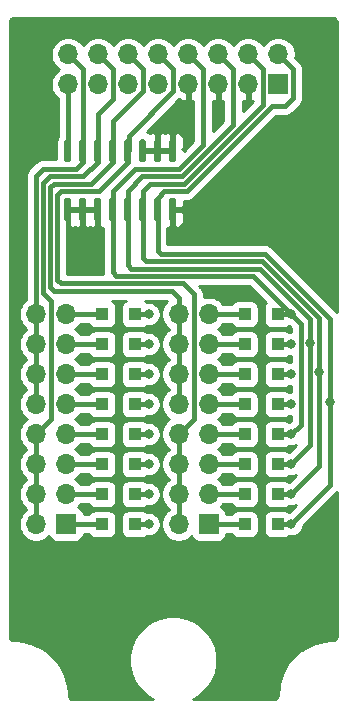
<source format=gtl>
%TF.GenerationSoftware,KiCad,Pcbnew,(5.1.9)-1*%
%TF.CreationDate,2021-08-11T21:42:47+01:00*%
%TF.ProjectId,Keymatrix,4b65796d-6174-4726-9978-2e6b69636164,rev?*%
%TF.SameCoordinates,Original*%
%TF.FileFunction,Copper,L1,Top*%
%TF.FilePolarity,Positive*%
%FSLAX46Y46*%
G04 Gerber Fmt 4.6, Leading zero omitted, Abs format (unit mm)*
G04 Created by KiCad (PCBNEW (5.1.9)-1) date 2021-08-11 21:42:47*
%MOMM*%
%LPD*%
G01*
G04 APERTURE LIST*
%TA.AperFunction,ComponentPad*%
%ADD10O,1.700000X1.700000*%
%TD*%
%TA.AperFunction,ComponentPad*%
%ADD11R,1.700000X1.700000*%
%TD*%
%TA.AperFunction,SMDPad,CuDef*%
%ADD12R,1.100000X1.100000*%
%TD*%
%TA.AperFunction,ViaPad*%
%ADD13C,0.800000*%
%TD*%
%TA.AperFunction,Conductor*%
%ADD14C,0.400000*%
%TD*%
%TA.AperFunction,Conductor*%
%ADD15C,0.254000*%
%TD*%
%TA.AperFunction,Conductor*%
%ADD16C,0.100000*%
%TD*%
G04 APERTURE END LIST*
D10*
%TO.P,J1,16*%
%TO.N,COL0*%
X22890000Y-45720000D03*
%TO.P,J1,15*%
%TO.N,Net-(D1-Pad2)*%
X25430000Y-45720000D03*
%TO.P,J1,14*%
%TO.N,COL0*%
X22890000Y-48260000D03*
%TO.P,J1,13*%
%TO.N,Net-(D3-Pad2)*%
X25430000Y-48260000D03*
%TO.P,J1,12*%
%TO.N,COL0*%
X22890000Y-50800000D03*
%TO.P,J1,11*%
%TO.N,Net-(D5-Pad2)*%
X25430000Y-50800000D03*
%TO.P,J1,10*%
%TO.N,COL0*%
X22890000Y-53340000D03*
%TO.P,J1,9*%
%TO.N,Net-(D7-Pad2)*%
X25430000Y-53340000D03*
%TO.P,J1,8*%
%TO.N,COL1*%
X22890000Y-55880000D03*
%TO.P,J1,7*%
%TO.N,Net-(D9-Pad2)*%
X25430000Y-55880000D03*
%TO.P,J1,6*%
%TO.N,COL1*%
X22890000Y-58420000D03*
%TO.P,J1,5*%
%TO.N,Net-(D11-Pad2)*%
X25430000Y-58420000D03*
%TO.P,J1,4*%
%TO.N,COL1*%
X22890000Y-60960000D03*
%TO.P,J1,3*%
%TO.N,Net-(D13-Pad2)*%
X25430000Y-60960000D03*
%TO.P,J1,2*%
%TO.N,COL1*%
X22890000Y-63500000D03*
D11*
%TO.P,J1,1*%
%TO.N,Net-(D15-Pad2)*%
X25430000Y-63500000D03*
%TD*%
D12*
%TO.P,D16,2*%
%TO.N,Net-(D16-Pad2)*%
X40540000Y-63500000D03*
%TO.P,D16,1*%
%TO.N,ROW3*%
X43340000Y-63500000D03*
%TD*%
%TO.P,D15,2*%
%TO.N,Net-(D15-Pad2)*%
X28475000Y-63500000D03*
%TO.P,D15,1*%
%TO.N,ROW3*%
X31275000Y-63500000D03*
%TD*%
%TO.P,D14,2*%
%TO.N,Net-(D14-Pad2)*%
X40540000Y-60960000D03*
%TO.P,D14,1*%
%TO.N,ROW2*%
X43340000Y-60960000D03*
%TD*%
%TO.P,D13,2*%
%TO.N,Net-(D13-Pad2)*%
X28475000Y-60960000D03*
%TO.P,D13,1*%
%TO.N,ROW2*%
X31275000Y-60960000D03*
%TD*%
%TO.P,D12,2*%
%TO.N,Net-(D12-Pad2)*%
X40540000Y-58420000D03*
%TO.P,D12,1*%
%TO.N,ROW1*%
X43340000Y-58420000D03*
%TD*%
%TO.P,D11,2*%
%TO.N,Net-(D11-Pad2)*%
X28475000Y-58420000D03*
%TO.P,D11,1*%
%TO.N,ROW1*%
X31275000Y-58420000D03*
%TD*%
%TO.P,D10,2*%
%TO.N,Net-(D10-Pad2)*%
X40540000Y-55880000D03*
%TO.P,D10,1*%
%TO.N,ROW0*%
X43340000Y-55880000D03*
%TD*%
%TO.P,D9,2*%
%TO.N,Net-(D9-Pad2)*%
X28475000Y-55880000D03*
%TO.P,D9,1*%
%TO.N,ROW0*%
X31275000Y-55880000D03*
%TD*%
%TO.P,D8,2*%
%TO.N,Net-(D8-Pad2)*%
X40540000Y-53340000D03*
%TO.P,D8,1*%
%TO.N,ROW3*%
X43340000Y-53340000D03*
%TD*%
%TO.P,D7,2*%
%TO.N,Net-(D7-Pad2)*%
X28475000Y-53340000D03*
%TO.P,D7,1*%
%TO.N,ROW3*%
X31275000Y-53340000D03*
%TD*%
%TO.P,D6,2*%
%TO.N,Net-(D6-Pad2)*%
X40540000Y-50800000D03*
%TO.P,D6,1*%
%TO.N,ROW2*%
X43340000Y-50800000D03*
%TD*%
%TO.P,D5,2*%
%TO.N,Net-(D5-Pad2)*%
X28475000Y-50800000D03*
%TO.P,D5,1*%
%TO.N,ROW2*%
X31275000Y-50800000D03*
%TD*%
%TO.P,D4,2*%
%TO.N,Net-(D4-Pad2)*%
X40540000Y-48260000D03*
%TO.P,D4,1*%
%TO.N,ROW1*%
X43340000Y-48260000D03*
%TD*%
%TO.P,D3,2*%
%TO.N,Net-(D3-Pad2)*%
X28475000Y-48260000D03*
%TO.P,D3,1*%
%TO.N,ROW1*%
X31275000Y-48260000D03*
%TD*%
%TO.P,D2,2*%
%TO.N,Net-(D2-Pad2)*%
X40540000Y-45720000D03*
%TO.P,D2,1*%
%TO.N,ROW0*%
X43340000Y-45720000D03*
%TD*%
%TO.P,D1,2*%
%TO.N,Net-(D1-Pad2)*%
X28475000Y-45720000D03*
%TO.P,D1,1*%
%TO.N,ROW0*%
X31275000Y-45720000D03*
%TD*%
D10*
%TO.P,J2,16*%
%TO.N,COL2*%
X34955000Y-45720000D03*
%TO.P,J2,15*%
%TO.N,Net-(D2-Pad2)*%
X37495000Y-45720000D03*
%TO.P,J2,14*%
%TO.N,COL2*%
X34955000Y-48260000D03*
%TO.P,J2,13*%
%TO.N,Net-(D4-Pad2)*%
X37495000Y-48260000D03*
%TO.P,J2,12*%
%TO.N,COL2*%
X34955000Y-50800000D03*
%TO.P,J2,11*%
%TO.N,Net-(D6-Pad2)*%
X37495000Y-50800000D03*
%TO.P,J2,10*%
%TO.N,COL2*%
X34955000Y-53340000D03*
%TO.P,J2,9*%
%TO.N,Net-(D8-Pad2)*%
X37495000Y-53340000D03*
%TO.P,J2,8*%
%TO.N,COL3*%
X34955000Y-55880000D03*
%TO.P,J2,7*%
%TO.N,Net-(D10-Pad2)*%
X37495000Y-55880000D03*
%TO.P,J2,6*%
%TO.N,COL3*%
X34955000Y-58420000D03*
%TO.P,J2,5*%
%TO.N,Net-(D12-Pad2)*%
X37495000Y-58420000D03*
%TO.P,J2,4*%
%TO.N,COL3*%
X34955000Y-60960000D03*
%TO.P,J2,3*%
%TO.N,Net-(D14-Pad2)*%
X37495000Y-60960000D03*
%TO.P,J2,2*%
%TO.N,COL3*%
X34955000Y-63500000D03*
D11*
%TO.P,J2,1*%
%TO.N,Net-(D16-Pad2)*%
X37495000Y-63500000D03*
%TD*%
%TO.P,U1,1*%
%TO.N,GND*%
%TA.AperFunction,SMDPad,CuDef*%
G36*
G01*
X25705000Y-37825000D02*
X25405000Y-37825000D01*
G75*
G02*
X25255000Y-37675000I0J150000D01*
G01*
X25255000Y-36025000D01*
G75*
G02*
X25405000Y-35875000I150000J0D01*
G01*
X25705000Y-35875000D01*
G75*
G02*
X25855000Y-36025000I0J-150000D01*
G01*
X25855000Y-37675000D01*
G75*
G02*
X25705000Y-37825000I-150000J0D01*
G01*
G37*
%TD.AperFunction*%
%TO.P,U1,2*%
%TA.AperFunction,SMDPad,CuDef*%
G36*
G01*
X26975000Y-37825000D02*
X26675000Y-37825000D01*
G75*
G02*
X26525000Y-37675000I0J150000D01*
G01*
X26525000Y-36025000D01*
G75*
G02*
X26675000Y-35875000I150000J0D01*
G01*
X26975000Y-35875000D01*
G75*
G02*
X27125000Y-36025000I0J-150000D01*
G01*
X27125000Y-37675000D01*
G75*
G02*
X26975000Y-37825000I-150000J0D01*
G01*
G37*
%TD.AperFunction*%
%TO.P,U1,3*%
%TA.AperFunction,SMDPad,CuDef*%
G36*
G01*
X28245000Y-37825000D02*
X27945000Y-37825000D01*
G75*
G02*
X27795000Y-37675000I0J150000D01*
G01*
X27795000Y-36025000D01*
G75*
G02*
X27945000Y-35875000I150000J0D01*
G01*
X28245000Y-35875000D01*
G75*
G02*
X28395000Y-36025000I0J-150000D01*
G01*
X28395000Y-37675000D01*
G75*
G02*
X28245000Y-37825000I-150000J0D01*
G01*
G37*
%TD.AperFunction*%
%TO.P,U1,4*%
%TO.N,ROW0*%
%TA.AperFunction,SMDPad,CuDef*%
G36*
G01*
X29515000Y-37825000D02*
X29215000Y-37825000D01*
G75*
G02*
X29065000Y-37675000I0J150000D01*
G01*
X29065000Y-36025000D01*
G75*
G02*
X29215000Y-35875000I150000J0D01*
G01*
X29515000Y-35875000D01*
G75*
G02*
X29665000Y-36025000I0J-150000D01*
G01*
X29665000Y-37675000D01*
G75*
G02*
X29515000Y-37825000I-150000J0D01*
G01*
G37*
%TD.AperFunction*%
%TO.P,U1,5*%
%TO.N,ROW1*%
%TA.AperFunction,SMDPad,CuDef*%
G36*
G01*
X30785000Y-37825000D02*
X30485000Y-37825000D01*
G75*
G02*
X30335000Y-37675000I0J150000D01*
G01*
X30335000Y-36025000D01*
G75*
G02*
X30485000Y-35875000I150000J0D01*
G01*
X30785000Y-35875000D01*
G75*
G02*
X30935000Y-36025000I0J-150000D01*
G01*
X30935000Y-37675000D01*
G75*
G02*
X30785000Y-37825000I-150000J0D01*
G01*
G37*
%TD.AperFunction*%
%TO.P,U1,6*%
%TO.N,ROW2*%
%TA.AperFunction,SMDPad,CuDef*%
G36*
G01*
X32055000Y-37825000D02*
X31755000Y-37825000D01*
G75*
G02*
X31605000Y-37675000I0J150000D01*
G01*
X31605000Y-36025000D01*
G75*
G02*
X31755000Y-35875000I150000J0D01*
G01*
X32055000Y-35875000D01*
G75*
G02*
X32205000Y-36025000I0J-150000D01*
G01*
X32205000Y-37675000D01*
G75*
G02*
X32055000Y-37825000I-150000J0D01*
G01*
G37*
%TD.AperFunction*%
%TO.P,U1,7*%
%TO.N,ROW3*%
%TA.AperFunction,SMDPad,CuDef*%
G36*
G01*
X33325000Y-37825000D02*
X33025000Y-37825000D01*
G75*
G02*
X32875000Y-37675000I0J150000D01*
G01*
X32875000Y-36025000D01*
G75*
G02*
X33025000Y-35875000I150000J0D01*
G01*
X33325000Y-35875000D01*
G75*
G02*
X33475000Y-36025000I0J-150000D01*
G01*
X33475000Y-37675000D01*
G75*
G02*
X33325000Y-37825000I-150000J0D01*
G01*
G37*
%TD.AperFunction*%
%TO.P,U1,8*%
%TO.N,GND*%
%TA.AperFunction,SMDPad,CuDef*%
G36*
G01*
X34595000Y-37825000D02*
X34295000Y-37825000D01*
G75*
G02*
X34145000Y-37675000I0J150000D01*
G01*
X34145000Y-36025000D01*
G75*
G02*
X34295000Y-35875000I150000J0D01*
G01*
X34595000Y-35875000D01*
G75*
G02*
X34745000Y-36025000I0J-150000D01*
G01*
X34745000Y-37675000D01*
G75*
G02*
X34595000Y-37825000I-150000J0D01*
G01*
G37*
%TD.AperFunction*%
%TO.P,U1,9*%
%TA.AperFunction,SMDPad,CuDef*%
G36*
G01*
X34595000Y-32875000D02*
X34295000Y-32875000D01*
G75*
G02*
X34145000Y-32725000I0J150000D01*
G01*
X34145000Y-31075000D01*
G75*
G02*
X34295000Y-30925000I150000J0D01*
G01*
X34595000Y-30925000D01*
G75*
G02*
X34745000Y-31075000I0J-150000D01*
G01*
X34745000Y-32725000D01*
G75*
G02*
X34595000Y-32875000I-150000J0D01*
G01*
G37*
%TD.AperFunction*%
%TO.P,U1,10*%
%TA.AperFunction,SMDPad,CuDef*%
G36*
G01*
X33325000Y-32875000D02*
X33025000Y-32875000D01*
G75*
G02*
X32875000Y-32725000I0J150000D01*
G01*
X32875000Y-31075000D01*
G75*
G02*
X33025000Y-30925000I150000J0D01*
G01*
X33325000Y-30925000D01*
G75*
G02*
X33475000Y-31075000I0J-150000D01*
G01*
X33475000Y-32725000D01*
G75*
G02*
X33325000Y-32875000I-150000J0D01*
G01*
G37*
%TD.AperFunction*%
%TO.P,U1,11*%
%TA.AperFunction,SMDPad,CuDef*%
G36*
G01*
X32055000Y-32875000D02*
X31755000Y-32875000D01*
G75*
G02*
X31605000Y-32725000I0J150000D01*
G01*
X31605000Y-31075000D01*
G75*
G02*
X31755000Y-30925000I150000J0D01*
G01*
X32055000Y-30925000D01*
G75*
G02*
X32205000Y-31075000I0J-150000D01*
G01*
X32205000Y-32725000D01*
G75*
G02*
X32055000Y-32875000I-150000J0D01*
G01*
G37*
%TD.AperFunction*%
%TO.P,U1,12*%
%TO.N,COL3*%
%TA.AperFunction,SMDPad,CuDef*%
G36*
G01*
X30785000Y-32875000D02*
X30485000Y-32875000D01*
G75*
G02*
X30335000Y-32725000I0J150000D01*
G01*
X30335000Y-31075000D01*
G75*
G02*
X30485000Y-30925000I150000J0D01*
G01*
X30785000Y-30925000D01*
G75*
G02*
X30935000Y-31075000I0J-150000D01*
G01*
X30935000Y-32725000D01*
G75*
G02*
X30785000Y-32875000I-150000J0D01*
G01*
G37*
%TD.AperFunction*%
%TO.P,U1,13*%
%TO.N,COL2*%
%TA.AperFunction,SMDPad,CuDef*%
G36*
G01*
X29515000Y-32875000D02*
X29215000Y-32875000D01*
G75*
G02*
X29065000Y-32725000I0J150000D01*
G01*
X29065000Y-31075000D01*
G75*
G02*
X29215000Y-30925000I150000J0D01*
G01*
X29515000Y-30925000D01*
G75*
G02*
X29665000Y-31075000I0J-150000D01*
G01*
X29665000Y-32725000D01*
G75*
G02*
X29515000Y-32875000I-150000J0D01*
G01*
G37*
%TD.AperFunction*%
%TO.P,U1,14*%
%TO.N,COL1*%
%TA.AperFunction,SMDPad,CuDef*%
G36*
G01*
X28245000Y-32875000D02*
X27945000Y-32875000D01*
G75*
G02*
X27795000Y-32725000I0J150000D01*
G01*
X27795000Y-31075000D01*
G75*
G02*
X27945000Y-30925000I150000J0D01*
G01*
X28245000Y-30925000D01*
G75*
G02*
X28395000Y-31075000I0J-150000D01*
G01*
X28395000Y-32725000D01*
G75*
G02*
X28245000Y-32875000I-150000J0D01*
G01*
G37*
%TD.AperFunction*%
%TO.P,U1,15*%
%TO.N,COL0*%
%TA.AperFunction,SMDPad,CuDef*%
G36*
G01*
X26975000Y-32875000D02*
X26675000Y-32875000D01*
G75*
G02*
X26525000Y-32725000I0J150000D01*
G01*
X26525000Y-31075000D01*
G75*
G02*
X26675000Y-30925000I150000J0D01*
G01*
X26975000Y-30925000D01*
G75*
G02*
X27125000Y-31075000I0J-150000D01*
G01*
X27125000Y-32725000D01*
G75*
G02*
X26975000Y-32875000I-150000J0D01*
G01*
G37*
%TD.AperFunction*%
%TO.P,U1,16*%
%TO.N,+5V*%
%TA.AperFunction,SMDPad,CuDef*%
G36*
G01*
X25705000Y-32875000D02*
X25405000Y-32875000D01*
G75*
G02*
X25255000Y-32725000I0J150000D01*
G01*
X25255000Y-31075000D01*
G75*
G02*
X25405000Y-30925000I150000J0D01*
G01*
X25705000Y-30925000D01*
G75*
G02*
X25855000Y-31075000I0J-150000D01*
G01*
X25855000Y-32725000D01*
G75*
G02*
X25705000Y-32875000I-150000J0D01*
G01*
G37*
%TD.AperFunction*%
%TD*%
D10*
%TO.P,J3,16*%
%TO.N,COL0*%
X25610000Y-23730000D03*
%TO.P,J3,15*%
%TO.N,+5V*%
X25610000Y-26270000D03*
%TO.P,J3,14*%
%TO.N,COL1*%
X28150000Y-23730000D03*
%TO.P,J3,13*%
%TO.N,+5V*%
X28150000Y-26270000D03*
%TO.P,J3,12*%
%TO.N,COL2*%
X30690000Y-23730000D03*
%TO.P,J3,11*%
%TO.N,+5V*%
X30690000Y-26270000D03*
%TO.P,J3,10*%
%TO.N,COL3*%
X33230000Y-23730000D03*
%TO.P,J3,9*%
%TO.N,+5V*%
X33230000Y-26270000D03*
%TO.P,J3,8*%
%TO.N,ROW0*%
X35770000Y-23730000D03*
%TO.P,J3,7*%
%TO.N,GND*%
X35770000Y-26270000D03*
%TO.P,J3,6*%
%TO.N,ROW1*%
X38310000Y-23730000D03*
%TO.P,J3,5*%
%TO.N,GND*%
X38310000Y-26270000D03*
%TO.P,J3,4*%
%TO.N,ROW2*%
X40850000Y-23730000D03*
%TO.P,J3,3*%
%TO.N,GND*%
X40850000Y-26270000D03*
%TO.P,J3,2*%
%TO.N,ROW3*%
X43390000Y-23730000D03*
D11*
%TO.P,J3,1*%
%TO.N,GND*%
X43390000Y-26270000D03*
%TD*%
D13*
%TO.N,GND*%
X23265000Y-72025000D03*
X45490000Y-72025000D03*
X25937500Y-40625000D03*
X27500000Y-40625000D03*
X25937500Y-41875000D03*
X27500000Y-41875000D03*
X25937500Y-39375000D03*
X27500000Y-39375000D03*
%TO.N,ROW0*%
X32415000Y-45720000D03*
X32415000Y-55880000D03*
X44480000Y-55880000D03*
X44480000Y-45720000D03*
%TO.N,ROW1*%
X32415000Y-48260000D03*
X32415000Y-58420000D03*
X44480000Y-48260000D03*
X44480000Y-58420000D03*
X46080001Y-48125000D03*
%TO.N,ROW2*%
X32415000Y-50800000D03*
X32415000Y-60960000D03*
X44480000Y-50800000D03*
X44480000Y-60960000D03*
X46880001Y-50625000D03*
%TO.N,ROW3*%
X32415000Y-53340000D03*
X32415000Y-63500000D03*
X44480000Y-53340000D03*
X44480000Y-63500000D03*
X47812500Y-53125000D03*
%TD*%
D14*
%TO.N,+5V*%
X25555000Y-26325000D02*
X25610000Y-26270000D01*
X25555000Y-31900000D02*
X25555000Y-26325000D01*
%TO.N,COL0*%
X22890000Y-53340000D02*
X22890000Y-50800000D01*
X22890000Y-50800000D02*
X22890000Y-48260000D01*
X22890000Y-48260000D02*
X22890000Y-45720000D01*
X26860001Y-31864999D02*
X26825000Y-31900000D01*
X26860001Y-24980001D02*
X26860001Y-31864999D01*
X25610000Y-23730000D02*
X26860001Y-24980001D01*
X26825000Y-32862500D02*
X26825000Y-31900000D01*
X22890000Y-33985000D02*
X23437500Y-33437500D01*
X26250000Y-33437500D02*
X26825000Y-32862500D01*
X23437500Y-33437500D02*
X26250000Y-33437500D01*
X22890000Y-45720000D02*
X22890000Y-33985000D01*
%TO.N,COL1*%
X22890000Y-63500000D02*
X22890000Y-60960000D01*
X22890000Y-60960000D02*
X22890000Y-58420000D01*
X22890000Y-58420000D02*
X22890000Y-55880000D01*
X28095000Y-31900000D02*
X28095000Y-28780000D01*
X29400001Y-27474999D02*
X29400001Y-24980001D01*
X29400001Y-24980001D02*
X28150000Y-23730000D01*
X28095000Y-28780000D02*
X29400001Y-27474999D01*
X24140001Y-54629999D02*
X22890000Y-55880000D01*
X23490010Y-43960008D02*
X24140001Y-44609999D01*
X23490010Y-34634990D02*
X23490010Y-43960008D01*
X24062500Y-34062500D02*
X23490010Y-34634990D01*
X26875000Y-34062500D02*
X24062500Y-34062500D01*
X24140001Y-44609999D02*
X24140001Y-54629999D01*
X28095000Y-32842500D02*
X26875000Y-34062500D01*
X28095000Y-31900000D02*
X28095000Y-32842500D01*
%TO.N,COL2*%
X34955000Y-53340000D02*
X34955000Y-50800000D01*
X34955000Y-50800000D02*
X34955000Y-48260000D01*
X34955000Y-48260000D02*
X34955000Y-45720000D01*
X31940001Y-24980001D02*
X31940001Y-26809999D01*
X30690000Y-23730000D02*
X31940001Y-24980001D01*
X29365000Y-29385000D02*
X29365000Y-31900000D01*
X31940001Y-26809999D02*
X29365000Y-29385000D01*
X27552500Y-34687500D02*
X29365000Y-32875000D01*
X24090020Y-34972480D02*
X24375000Y-34687500D01*
X24090020Y-43465020D02*
X24090020Y-34972480D01*
X24375000Y-43750000D02*
X24090020Y-43465020D01*
X34375000Y-43750000D02*
X24375000Y-43750000D01*
X34955000Y-44330000D02*
X34375000Y-43750000D01*
X29365000Y-32875000D02*
X29365000Y-31900000D01*
X24375000Y-34687500D02*
X27552500Y-34687500D01*
X34955000Y-45720000D02*
X34955000Y-44330000D01*
%TO.N,COL3*%
X34955000Y-63500000D02*
X34955000Y-60960000D01*
X34955000Y-60960000D02*
X34955000Y-58420000D01*
X34955000Y-55880000D02*
X34955000Y-58420000D01*
X34480001Y-26870001D02*
X30725002Y-30625000D01*
X34480001Y-24980001D02*
X34480001Y-26870001D01*
X33230000Y-23730000D02*
X34480001Y-24980001D01*
X30725002Y-31809998D02*
X30635000Y-31900000D01*
X30725002Y-30625000D02*
X30725002Y-31809998D01*
X30635000Y-32875000D02*
X30635000Y-31900000D01*
X24690030Y-35622470D02*
X25000000Y-35312500D01*
X24690030Y-42815030D02*
X24690030Y-35622470D01*
X25000000Y-35312500D02*
X28197500Y-35312500D01*
X25000000Y-43125000D02*
X24690030Y-42815030D01*
X35312500Y-43125000D02*
X25000000Y-43125000D01*
X28197500Y-35312500D02*
X30635000Y-32875000D01*
X36244999Y-44057499D02*
X35312500Y-43125000D01*
X36244999Y-54590001D02*
X36244999Y-44057499D01*
X34955000Y-55880000D02*
X36244999Y-54590001D01*
%TO.N,Net-(D1-Pad2)*%
X25430000Y-45720000D02*
X28475000Y-45720000D01*
%TO.N,Net-(D2-Pad2)*%
X37495000Y-45720000D02*
X40540000Y-45720000D01*
%TO.N,Net-(D3-Pad2)*%
X25430000Y-48260000D02*
X28475000Y-48260000D01*
%TO.N,Net-(D4-Pad2)*%
X37495000Y-48260000D02*
X40540000Y-48260000D01*
%TO.N,Net-(D5-Pad2)*%
X28475000Y-50800000D02*
X25430000Y-50800000D01*
%TO.N,Net-(D6-Pad2)*%
X37495000Y-50800000D02*
X40540000Y-50800000D01*
%TO.N,Net-(D7-Pad2)*%
X25430000Y-53340000D02*
X28475000Y-53340000D01*
%TO.N,Net-(D8-Pad2)*%
X37495000Y-53340000D02*
X40540000Y-53340000D01*
%TO.N,Net-(D9-Pad2)*%
X28475000Y-55880000D02*
X25430000Y-55880000D01*
%TO.N,Net-(D10-Pad2)*%
X37495000Y-55880000D02*
X40540000Y-55880000D01*
%TO.N,Net-(D11-Pad2)*%
X25430000Y-58420000D02*
X28475000Y-58420000D01*
%TO.N,Net-(D12-Pad2)*%
X37495000Y-58420000D02*
X40540000Y-58420000D01*
%TO.N,Net-(D13-Pad2)*%
X28475000Y-60960000D02*
X25430000Y-60960000D01*
%TO.N,Net-(D14-Pad2)*%
X37495000Y-60960000D02*
X40540000Y-60960000D01*
%TO.N,Net-(D15-Pad2)*%
X25430000Y-63500000D02*
X28475000Y-63500000D01*
%TO.N,Net-(D16-Pad2)*%
X37495000Y-63500000D02*
X40540000Y-63500000D01*
%TO.N,ROW0*%
X31275000Y-45720000D02*
X32415000Y-45720000D01*
X31275000Y-55880000D02*
X32415000Y-55880000D01*
X43340000Y-55880000D02*
X44480000Y-55880000D01*
X45280001Y-46520001D02*
X44480000Y-45720000D01*
X44480000Y-55880000D02*
X45280001Y-55079999D01*
X29365000Y-36850000D02*
X29365000Y-35322500D01*
X29365000Y-35322500D02*
X31250000Y-33437500D01*
X31250000Y-33437500D02*
X35000000Y-33437500D01*
X29365000Y-36850000D02*
X29365000Y-42177500D01*
X29365000Y-42177500D02*
X29687500Y-42500000D01*
X37020001Y-24980001D02*
X35770000Y-23730000D01*
X37020001Y-31417499D02*
X37020001Y-24980001D01*
X35000000Y-33437500D02*
X37020001Y-31417499D01*
X41260000Y-42500000D02*
X34375000Y-42500000D01*
X44480000Y-45720000D02*
X41260000Y-42500000D01*
X34375000Y-42500000D02*
X35625000Y-42500000D01*
X29687500Y-42500000D02*
X34375000Y-42500000D01*
X43340000Y-45720000D02*
X44480000Y-45720000D01*
X45280001Y-55079999D02*
X45280001Y-46520001D01*
%TO.N,ROW1*%
X31275000Y-48260000D02*
X32415000Y-48260000D01*
X31275000Y-58420000D02*
X32415000Y-58420000D01*
X43340000Y-48260000D02*
X44480000Y-48260000D01*
X43340000Y-58420000D02*
X44480000Y-58420000D01*
X46080001Y-56819999D02*
X46080001Y-48125000D01*
X44480000Y-58420000D02*
X46080001Y-56819999D01*
X30635000Y-36850000D02*
X30635000Y-41572500D01*
X30635000Y-41572500D02*
X30937500Y-41875000D01*
X39560001Y-24980001D02*
X38310000Y-23730000D01*
X39560001Y-29726041D02*
X39560001Y-24980001D01*
X35223542Y-34062500D02*
X39560001Y-29726041D01*
X31875000Y-34062500D02*
X35223542Y-34062500D01*
X30635000Y-35302500D02*
X31875000Y-34062500D01*
X30635000Y-36850000D02*
X30635000Y-35302500D01*
X41819002Y-41875000D02*
X35000000Y-41875000D01*
X46080001Y-46135999D02*
X41819002Y-41875000D01*
X46080001Y-48125000D02*
X46080001Y-46135999D01*
X35000000Y-41875000D02*
X35625000Y-41875000D01*
X30937500Y-41875000D02*
X35000000Y-41875000D01*
%TO.N,ROW2*%
X31275000Y-50800000D02*
X32415000Y-50800000D01*
X31275000Y-60960000D02*
X32415000Y-60960000D01*
X43340000Y-50800000D02*
X44480000Y-50800000D01*
X43340000Y-60960000D02*
X44480000Y-60960000D01*
X46880001Y-58559999D02*
X46880001Y-50625000D01*
X44480000Y-60960000D02*
X46880001Y-58559999D01*
X31905000Y-36850000D02*
X31905000Y-40967500D01*
X31905000Y-40967500D02*
X32187500Y-41250000D01*
X42100001Y-24980001D02*
X40850000Y-23730000D01*
X42100001Y-28034583D02*
X42100001Y-24980001D01*
X32500000Y-34687500D02*
X35447084Y-34687500D01*
X35447084Y-34687500D02*
X42100001Y-28034583D01*
X31905000Y-35282500D02*
X32500000Y-34687500D01*
X31905000Y-36850000D02*
X31905000Y-35282500D01*
X42042544Y-41250000D02*
X35312500Y-41250000D01*
X46880001Y-46087457D02*
X42042544Y-41250000D01*
X46880001Y-50625000D02*
X46880001Y-46087457D01*
X35312500Y-41250000D02*
X35625000Y-41250000D01*
X32187500Y-41250000D02*
X35312500Y-41250000D01*
%TO.N,ROW3*%
X31275000Y-53340000D02*
X32415000Y-53340000D01*
X31275000Y-63500000D02*
X32415000Y-63500000D01*
X43340000Y-53340000D02*
X44480000Y-53340000D01*
X43340000Y-63500000D02*
X44480000Y-63500000D01*
X47812500Y-60167500D02*
X47812500Y-53125000D01*
X44480000Y-63500000D02*
X47812500Y-60167500D01*
X33175000Y-35875000D02*
X33737500Y-35312500D01*
X33175000Y-36850000D02*
X33175000Y-35875000D01*
X33175000Y-36850000D02*
X33175000Y-40362500D01*
X33175000Y-40362500D02*
X33437500Y-40625000D01*
X35670626Y-35312500D02*
X42858126Y-28125000D01*
X34687500Y-35312500D02*
X35670626Y-35312500D01*
X33737500Y-35312500D02*
X34687500Y-35312500D01*
X34687500Y-35312500D02*
X35000000Y-35312500D01*
X44640001Y-24980001D02*
X43390000Y-23730000D01*
X44640001Y-27440001D02*
X44640001Y-24980001D01*
X43955002Y-28125000D02*
X44640001Y-27440001D01*
X42858126Y-28125000D02*
X43955002Y-28125000D01*
X42266086Y-40625000D02*
X35312500Y-40625000D01*
X47812500Y-46171414D02*
X42266086Y-40625000D01*
X47812500Y-53125000D02*
X47812500Y-46171414D01*
X35312500Y-40625000D02*
X35625000Y-40625000D01*
X33437500Y-40625000D02*
X35312500Y-40625000D01*
%TD*%
D15*
%TO.N,GND*%
X48065424Y-20669580D02*
X48128356Y-20688580D01*
X48186405Y-20719445D01*
X48237343Y-20760989D01*
X48279248Y-20811644D01*
X48310515Y-20869471D01*
X48329956Y-20932272D01*
X48340000Y-21027835D01*
X48340000Y-45518046D01*
X42885532Y-40063579D01*
X42859377Y-40031709D01*
X42732232Y-39927364D01*
X42587173Y-39849828D01*
X42429775Y-39802082D01*
X42307105Y-39790000D01*
X42307104Y-39790000D01*
X42266086Y-39785960D01*
X42225068Y-39790000D01*
X34010000Y-39790000D01*
X34010000Y-38447621D01*
X34020518Y-38450812D01*
X34145000Y-38463072D01*
X34159250Y-38460000D01*
X34318000Y-38301250D01*
X34318000Y-36977000D01*
X34572000Y-36977000D01*
X34572000Y-38301250D01*
X34730750Y-38460000D01*
X34745000Y-38463072D01*
X34869482Y-38450812D01*
X34989180Y-38414502D01*
X35099494Y-38355537D01*
X35196185Y-38276185D01*
X35275537Y-38179494D01*
X35334502Y-38069180D01*
X35370812Y-37949482D01*
X35383072Y-37825000D01*
X35380000Y-37135750D01*
X35221250Y-36977000D01*
X34572000Y-36977000D01*
X34318000Y-36977000D01*
X34298000Y-36977000D01*
X34298000Y-36723000D01*
X34318000Y-36723000D01*
X34318000Y-36703000D01*
X34572000Y-36703000D01*
X34572000Y-36723000D01*
X35221250Y-36723000D01*
X35380000Y-36564250D01*
X35381857Y-36147500D01*
X35629608Y-36147500D01*
X35670626Y-36151540D01*
X35711644Y-36147500D01*
X35711645Y-36147500D01*
X35834315Y-36135418D01*
X35991713Y-36087672D01*
X36136772Y-36010136D01*
X36263917Y-35905791D01*
X36290072Y-35873921D01*
X43203994Y-28960000D01*
X43913984Y-28960000D01*
X43955002Y-28964040D01*
X43996020Y-28960000D01*
X43996021Y-28960000D01*
X44118691Y-28947918D01*
X44276089Y-28900172D01*
X44421148Y-28822636D01*
X44548293Y-28718291D01*
X44574447Y-28686422D01*
X45201434Y-28059437D01*
X45233292Y-28033292D01*
X45292365Y-27961312D01*
X45337637Y-27906147D01*
X45415173Y-27761088D01*
X45462919Y-27603690D01*
X45479041Y-27440001D01*
X45475001Y-27398983D01*
X45475001Y-25021008D01*
X45479040Y-24980000D01*
X45475001Y-24938992D01*
X45475001Y-24938982D01*
X45462919Y-24816312D01*
X45415173Y-24658914D01*
X45337637Y-24513855D01*
X45233292Y-24386710D01*
X45201427Y-24360559D01*
X44848807Y-24007939D01*
X44875000Y-23876260D01*
X44875000Y-23583740D01*
X44817932Y-23296842D01*
X44705990Y-23026589D01*
X44543475Y-22783368D01*
X44336632Y-22576525D01*
X44093411Y-22414010D01*
X43823158Y-22302068D01*
X43536260Y-22245000D01*
X43243740Y-22245000D01*
X42956842Y-22302068D01*
X42686589Y-22414010D01*
X42443368Y-22576525D01*
X42236525Y-22783368D01*
X42120000Y-22957760D01*
X42003475Y-22783368D01*
X41796632Y-22576525D01*
X41553411Y-22414010D01*
X41283158Y-22302068D01*
X40996260Y-22245000D01*
X40703740Y-22245000D01*
X40416842Y-22302068D01*
X40146589Y-22414010D01*
X39903368Y-22576525D01*
X39696525Y-22783368D01*
X39580000Y-22957760D01*
X39463475Y-22783368D01*
X39256632Y-22576525D01*
X39013411Y-22414010D01*
X38743158Y-22302068D01*
X38456260Y-22245000D01*
X38163740Y-22245000D01*
X37876842Y-22302068D01*
X37606589Y-22414010D01*
X37363368Y-22576525D01*
X37156525Y-22783368D01*
X37040000Y-22957760D01*
X36923475Y-22783368D01*
X36716632Y-22576525D01*
X36473411Y-22414010D01*
X36203158Y-22302068D01*
X35916260Y-22245000D01*
X35623740Y-22245000D01*
X35336842Y-22302068D01*
X35066589Y-22414010D01*
X34823368Y-22576525D01*
X34616525Y-22783368D01*
X34500000Y-22957760D01*
X34383475Y-22783368D01*
X34176632Y-22576525D01*
X33933411Y-22414010D01*
X33663158Y-22302068D01*
X33376260Y-22245000D01*
X33083740Y-22245000D01*
X32796842Y-22302068D01*
X32526589Y-22414010D01*
X32283368Y-22576525D01*
X32076525Y-22783368D01*
X31960000Y-22957760D01*
X31843475Y-22783368D01*
X31636632Y-22576525D01*
X31393411Y-22414010D01*
X31123158Y-22302068D01*
X30836260Y-22245000D01*
X30543740Y-22245000D01*
X30256842Y-22302068D01*
X29986589Y-22414010D01*
X29743368Y-22576525D01*
X29536525Y-22783368D01*
X29420000Y-22957760D01*
X29303475Y-22783368D01*
X29096632Y-22576525D01*
X28853411Y-22414010D01*
X28583158Y-22302068D01*
X28296260Y-22245000D01*
X28003740Y-22245000D01*
X27716842Y-22302068D01*
X27446589Y-22414010D01*
X27203368Y-22576525D01*
X26996525Y-22783368D01*
X26880000Y-22957760D01*
X26763475Y-22783368D01*
X26556632Y-22576525D01*
X26313411Y-22414010D01*
X26043158Y-22302068D01*
X25756260Y-22245000D01*
X25463740Y-22245000D01*
X25176842Y-22302068D01*
X24906589Y-22414010D01*
X24663368Y-22576525D01*
X24456525Y-22783368D01*
X24294010Y-23026589D01*
X24182068Y-23296842D01*
X24125000Y-23583740D01*
X24125000Y-23876260D01*
X24182068Y-24163158D01*
X24294010Y-24433411D01*
X24456525Y-24676632D01*
X24663368Y-24883475D01*
X24837760Y-25000000D01*
X24663368Y-25116525D01*
X24456525Y-25323368D01*
X24294010Y-25566589D01*
X24182068Y-25836842D01*
X24125000Y-26123740D01*
X24125000Y-26416260D01*
X24182068Y-26703158D01*
X24294010Y-26973411D01*
X24456525Y-27216632D01*
X24663368Y-27423475D01*
X24720001Y-27461316D01*
X24720000Y-30692814D01*
X24676916Y-30773418D01*
X24632071Y-30921255D01*
X24616928Y-31075000D01*
X24616928Y-32602500D01*
X23478518Y-32602500D01*
X23437500Y-32598460D01*
X23396481Y-32602500D01*
X23273811Y-32614582D01*
X23116413Y-32662328D01*
X22971354Y-32739864D01*
X22844209Y-32844209D01*
X22818061Y-32876071D01*
X22328574Y-33365559D01*
X22296710Y-33391709D01*
X22233861Y-33468291D01*
X22192364Y-33518855D01*
X22114828Y-33663914D01*
X22067082Y-33821312D01*
X22050960Y-33985000D01*
X22055001Y-34026029D01*
X22055000Y-44491935D01*
X21943368Y-44566525D01*
X21736525Y-44773368D01*
X21574010Y-45016589D01*
X21462068Y-45286842D01*
X21405000Y-45573740D01*
X21405000Y-45866260D01*
X21462068Y-46153158D01*
X21574010Y-46423411D01*
X21736525Y-46666632D01*
X21943368Y-46873475D01*
X22055001Y-46948065D01*
X22055000Y-47031935D01*
X21943368Y-47106525D01*
X21736525Y-47313368D01*
X21574010Y-47556589D01*
X21462068Y-47826842D01*
X21405000Y-48113740D01*
X21405000Y-48406260D01*
X21462068Y-48693158D01*
X21574010Y-48963411D01*
X21736525Y-49206632D01*
X21943368Y-49413475D01*
X22055001Y-49488065D01*
X22055000Y-49571935D01*
X21943368Y-49646525D01*
X21736525Y-49853368D01*
X21574010Y-50096589D01*
X21462068Y-50366842D01*
X21405000Y-50653740D01*
X21405000Y-50946260D01*
X21462068Y-51233158D01*
X21574010Y-51503411D01*
X21736525Y-51746632D01*
X21943368Y-51953475D01*
X22055001Y-52028065D01*
X22055000Y-52111935D01*
X21943368Y-52186525D01*
X21736525Y-52393368D01*
X21574010Y-52636589D01*
X21462068Y-52906842D01*
X21405000Y-53193740D01*
X21405000Y-53486260D01*
X21462068Y-53773158D01*
X21574010Y-54043411D01*
X21736525Y-54286632D01*
X21943368Y-54493475D01*
X22117760Y-54610000D01*
X21943368Y-54726525D01*
X21736525Y-54933368D01*
X21574010Y-55176589D01*
X21462068Y-55446842D01*
X21405000Y-55733740D01*
X21405000Y-56026260D01*
X21462068Y-56313158D01*
X21574010Y-56583411D01*
X21736525Y-56826632D01*
X21943368Y-57033475D01*
X22055001Y-57108065D01*
X22055000Y-57191935D01*
X21943368Y-57266525D01*
X21736525Y-57473368D01*
X21574010Y-57716589D01*
X21462068Y-57986842D01*
X21405000Y-58273740D01*
X21405000Y-58566260D01*
X21462068Y-58853158D01*
X21574010Y-59123411D01*
X21736525Y-59366632D01*
X21943368Y-59573475D01*
X22055001Y-59648065D01*
X22055000Y-59731935D01*
X21943368Y-59806525D01*
X21736525Y-60013368D01*
X21574010Y-60256589D01*
X21462068Y-60526842D01*
X21405000Y-60813740D01*
X21405000Y-61106260D01*
X21462068Y-61393158D01*
X21574010Y-61663411D01*
X21736525Y-61906632D01*
X21943368Y-62113475D01*
X22055001Y-62188065D01*
X22055000Y-62271935D01*
X21943368Y-62346525D01*
X21736525Y-62553368D01*
X21574010Y-62796589D01*
X21462068Y-63066842D01*
X21405000Y-63353740D01*
X21405000Y-63646260D01*
X21462068Y-63933158D01*
X21574010Y-64203411D01*
X21736525Y-64446632D01*
X21943368Y-64653475D01*
X22186589Y-64815990D01*
X22456842Y-64927932D01*
X22743740Y-64985000D01*
X23036260Y-64985000D01*
X23323158Y-64927932D01*
X23593411Y-64815990D01*
X23836632Y-64653475D01*
X23968487Y-64521620D01*
X23990498Y-64594180D01*
X24049463Y-64704494D01*
X24128815Y-64801185D01*
X24225506Y-64880537D01*
X24335820Y-64939502D01*
X24455518Y-64975812D01*
X24580000Y-64988072D01*
X26280000Y-64988072D01*
X26404482Y-64975812D01*
X26524180Y-64939502D01*
X26634494Y-64880537D01*
X26731185Y-64801185D01*
X26810537Y-64704494D01*
X26869502Y-64594180D01*
X26905812Y-64474482D01*
X26918072Y-64350000D01*
X26918072Y-64335000D01*
X27357317Y-64335000D01*
X27394463Y-64404494D01*
X27473815Y-64501185D01*
X27570506Y-64580537D01*
X27680820Y-64639502D01*
X27800518Y-64675812D01*
X27925000Y-64688072D01*
X29025000Y-64688072D01*
X29149482Y-64675812D01*
X29269180Y-64639502D01*
X29379494Y-64580537D01*
X29476185Y-64501185D01*
X29555537Y-64404494D01*
X29614502Y-64294180D01*
X29650812Y-64174482D01*
X29663072Y-64050000D01*
X29663072Y-62950000D01*
X30086928Y-62950000D01*
X30086928Y-64050000D01*
X30099188Y-64174482D01*
X30135498Y-64294180D01*
X30194463Y-64404494D01*
X30273815Y-64501185D01*
X30370506Y-64580537D01*
X30480820Y-64639502D01*
X30600518Y-64675812D01*
X30725000Y-64688072D01*
X31825000Y-64688072D01*
X31949482Y-64675812D01*
X32069180Y-64639502D01*
X32179494Y-64580537D01*
X32250214Y-64522499D01*
X32313061Y-64535000D01*
X32516939Y-64535000D01*
X32716898Y-64495226D01*
X32905256Y-64417205D01*
X33074774Y-64303937D01*
X33218937Y-64159774D01*
X33332205Y-63990256D01*
X33410226Y-63801898D01*
X33450000Y-63601939D01*
X33450000Y-63398061D01*
X33410226Y-63198102D01*
X33332205Y-63009744D01*
X33218937Y-62840226D01*
X33074774Y-62696063D01*
X32905256Y-62582795D01*
X32716898Y-62504774D01*
X32516939Y-62465000D01*
X32313061Y-62465000D01*
X32250214Y-62477501D01*
X32179494Y-62419463D01*
X32069180Y-62360498D01*
X31949482Y-62324188D01*
X31825000Y-62311928D01*
X30725000Y-62311928D01*
X30600518Y-62324188D01*
X30480820Y-62360498D01*
X30370506Y-62419463D01*
X30273815Y-62498815D01*
X30194463Y-62595506D01*
X30135498Y-62705820D01*
X30099188Y-62825518D01*
X30086928Y-62950000D01*
X29663072Y-62950000D01*
X29650812Y-62825518D01*
X29614502Y-62705820D01*
X29555537Y-62595506D01*
X29476185Y-62498815D01*
X29379494Y-62419463D01*
X29269180Y-62360498D01*
X29149482Y-62324188D01*
X29025000Y-62311928D01*
X27925000Y-62311928D01*
X27800518Y-62324188D01*
X27680820Y-62360498D01*
X27570506Y-62419463D01*
X27473815Y-62498815D01*
X27394463Y-62595506D01*
X27357317Y-62665000D01*
X26918072Y-62665000D01*
X26918072Y-62650000D01*
X26905812Y-62525518D01*
X26869502Y-62405820D01*
X26810537Y-62295506D01*
X26731185Y-62198815D01*
X26634494Y-62119463D01*
X26524180Y-62060498D01*
X26451620Y-62038487D01*
X26583475Y-61906632D01*
X26658065Y-61795000D01*
X27357317Y-61795000D01*
X27394463Y-61864494D01*
X27473815Y-61961185D01*
X27570506Y-62040537D01*
X27680820Y-62099502D01*
X27800518Y-62135812D01*
X27925000Y-62148072D01*
X29025000Y-62148072D01*
X29149482Y-62135812D01*
X29269180Y-62099502D01*
X29379494Y-62040537D01*
X29476185Y-61961185D01*
X29555537Y-61864494D01*
X29614502Y-61754180D01*
X29650812Y-61634482D01*
X29663072Y-61510000D01*
X29663072Y-60410000D01*
X30086928Y-60410000D01*
X30086928Y-61510000D01*
X30099188Y-61634482D01*
X30135498Y-61754180D01*
X30194463Y-61864494D01*
X30273815Y-61961185D01*
X30370506Y-62040537D01*
X30480820Y-62099502D01*
X30600518Y-62135812D01*
X30725000Y-62148072D01*
X31825000Y-62148072D01*
X31949482Y-62135812D01*
X32069180Y-62099502D01*
X32179494Y-62040537D01*
X32250214Y-61982499D01*
X32313061Y-61995000D01*
X32516939Y-61995000D01*
X32716898Y-61955226D01*
X32905256Y-61877205D01*
X33074774Y-61763937D01*
X33218937Y-61619774D01*
X33332205Y-61450256D01*
X33410226Y-61261898D01*
X33450000Y-61061939D01*
X33450000Y-60858061D01*
X33410226Y-60658102D01*
X33332205Y-60469744D01*
X33218937Y-60300226D01*
X33074774Y-60156063D01*
X32905256Y-60042795D01*
X32716898Y-59964774D01*
X32516939Y-59925000D01*
X32313061Y-59925000D01*
X32250214Y-59937501D01*
X32179494Y-59879463D01*
X32069180Y-59820498D01*
X31949482Y-59784188D01*
X31825000Y-59771928D01*
X30725000Y-59771928D01*
X30600518Y-59784188D01*
X30480820Y-59820498D01*
X30370506Y-59879463D01*
X30273815Y-59958815D01*
X30194463Y-60055506D01*
X30135498Y-60165820D01*
X30099188Y-60285518D01*
X30086928Y-60410000D01*
X29663072Y-60410000D01*
X29650812Y-60285518D01*
X29614502Y-60165820D01*
X29555537Y-60055506D01*
X29476185Y-59958815D01*
X29379494Y-59879463D01*
X29269180Y-59820498D01*
X29149482Y-59784188D01*
X29025000Y-59771928D01*
X27925000Y-59771928D01*
X27800518Y-59784188D01*
X27680820Y-59820498D01*
X27570506Y-59879463D01*
X27473815Y-59958815D01*
X27394463Y-60055506D01*
X27357317Y-60125000D01*
X26658065Y-60125000D01*
X26583475Y-60013368D01*
X26376632Y-59806525D01*
X26202240Y-59690000D01*
X26376632Y-59573475D01*
X26583475Y-59366632D01*
X26658065Y-59255000D01*
X27357317Y-59255000D01*
X27394463Y-59324494D01*
X27473815Y-59421185D01*
X27570506Y-59500537D01*
X27680820Y-59559502D01*
X27800518Y-59595812D01*
X27925000Y-59608072D01*
X29025000Y-59608072D01*
X29149482Y-59595812D01*
X29269180Y-59559502D01*
X29379494Y-59500537D01*
X29476185Y-59421185D01*
X29555537Y-59324494D01*
X29614502Y-59214180D01*
X29650812Y-59094482D01*
X29663072Y-58970000D01*
X29663072Y-57870000D01*
X30086928Y-57870000D01*
X30086928Y-58970000D01*
X30099188Y-59094482D01*
X30135498Y-59214180D01*
X30194463Y-59324494D01*
X30273815Y-59421185D01*
X30370506Y-59500537D01*
X30480820Y-59559502D01*
X30600518Y-59595812D01*
X30725000Y-59608072D01*
X31825000Y-59608072D01*
X31949482Y-59595812D01*
X32069180Y-59559502D01*
X32179494Y-59500537D01*
X32250214Y-59442499D01*
X32313061Y-59455000D01*
X32516939Y-59455000D01*
X32716898Y-59415226D01*
X32905256Y-59337205D01*
X33074774Y-59223937D01*
X33218937Y-59079774D01*
X33332205Y-58910256D01*
X33410226Y-58721898D01*
X33450000Y-58521939D01*
X33450000Y-58318061D01*
X33410226Y-58118102D01*
X33332205Y-57929744D01*
X33218937Y-57760226D01*
X33074774Y-57616063D01*
X32905256Y-57502795D01*
X32716898Y-57424774D01*
X32516939Y-57385000D01*
X32313061Y-57385000D01*
X32250214Y-57397501D01*
X32179494Y-57339463D01*
X32069180Y-57280498D01*
X31949482Y-57244188D01*
X31825000Y-57231928D01*
X30725000Y-57231928D01*
X30600518Y-57244188D01*
X30480820Y-57280498D01*
X30370506Y-57339463D01*
X30273815Y-57418815D01*
X30194463Y-57515506D01*
X30135498Y-57625820D01*
X30099188Y-57745518D01*
X30086928Y-57870000D01*
X29663072Y-57870000D01*
X29650812Y-57745518D01*
X29614502Y-57625820D01*
X29555537Y-57515506D01*
X29476185Y-57418815D01*
X29379494Y-57339463D01*
X29269180Y-57280498D01*
X29149482Y-57244188D01*
X29025000Y-57231928D01*
X27925000Y-57231928D01*
X27800518Y-57244188D01*
X27680820Y-57280498D01*
X27570506Y-57339463D01*
X27473815Y-57418815D01*
X27394463Y-57515506D01*
X27357317Y-57585000D01*
X26658065Y-57585000D01*
X26583475Y-57473368D01*
X26376632Y-57266525D01*
X26202240Y-57150000D01*
X26376632Y-57033475D01*
X26583475Y-56826632D01*
X26658065Y-56715000D01*
X27357317Y-56715000D01*
X27394463Y-56784494D01*
X27473815Y-56881185D01*
X27570506Y-56960537D01*
X27680820Y-57019502D01*
X27800518Y-57055812D01*
X27925000Y-57068072D01*
X29025000Y-57068072D01*
X29149482Y-57055812D01*
X29269180Y-57019502D01*
X29379494Y-56960537D01*
X29476185Y-56881185D01*
X29555537Y-56784494D01*
X29614502Y-56674180D01*
X29650812Y-56554482D01*
X29663072Y-56430000D01*
X29663072Y-55330000D01*
X30086928Y-55330000D01*
X30086928Y-56430000D01*
X30099188Y-56554482D01*
X30135498Y-56674180D01*
X30194463Y-56784494D01*
X30273815Y-56881185D01*
X30370506Y-56960537D01*
X30480820Y-57019502D01*
X30600518Y-57055812D01*
X30725000Y-57068072D01*
X31825000Y-57068072D01*
X31949482Y-57055812D01*
X32069180Y-57019502D01*
X32179494Y-56960537D01*
X32250214Y-56902499D01*
X32313061Y-56915000D01*
X32516939Y-56915000D01*
X32716898Y-56875226D01*
X32905256Y-56797205D01*
X33074774Y-56683937D01*
X33218937Y-56539774D01*
X33332205Y-56370256D01*
X33410226Y-56181898D01*
X33450000Y-55981939D01*
X33450000Y-55778061D01*
X33410226Y-55578102D01*
X33332205Y-55389744D01*
X33218937Y-55220226D01*
X33074774Y-55076063D01*
X32905256Y-54962795D01*
X32716898Y-54884774D01*
X32516939Y-54845000D01*
X32313061Y-54845000D01*
X32250214Y-54857501D01*
X32179494Y-54799463D01*
X32069180Y-54740498D01*
X31949482Y-54704188D01*
X31825000Y-54691928D01*
X30725000Y-54691928D01*
X30600518Y-54704188D01*
X30480820Y-54740498D01*
X30370506Y-54799463D01*
X30273815Y-54878815D01*
X30194463Y-54975506D01*
X30135498Y-55085820D01*
X30099188Y-55205518D01*
X30086928Y-55330000D01*
X29663072Y-55330000D01*
X29650812Y-55205518D01*
X29614502Y-55085820D01*
X29555537Y-54975506D01*
X29476185Y-54878815D01*
X29379494Y-54799463D01*
X29269180Y-54740498D01*
X29149482Y-54704188D01*
X29025000Y-54691928D01*
X27925000Y-54691928D01*
X27800518Y-54704188D01*
X27680820Y-54740498D01*
X27570506Y-54799463D01*
X27473815Y-54878815D01*
X27394463Y-54975506D01*
X27357317Y-55045000D01*
X26658065Y-55045000D01*
X26583475Y-54933368D01*
X26376632Y-54726525D01*
X26202240Y-54610000D01*
X26376632Y-54493475D01*
X26583475Y-54286632D01*
X26658065Y-54175000D01*
X27357317Y-54175000D01*
X27394463Y-54244494D01*
X27473815Y-54341185D01*
X27570506Y-54420537D01*
X27680820Y-54479502D01*
X27800518Y-54515812D01*
X27925000Y-54528072D01*
X29025000Y-54528072D01*
X29149482Y-54515812D01*
X29269180Y-54479502D01*
X29379494Y-54420537D01*
X29476185Y-54341185D01*
X29555537Y-54244494D01*
X29614502Y-54134180D01*
X29650812Y-54014482D01*
X29663072Y-53890000D01*
X29663072Y-52790000D01*
X30086928Y-52790000D01*
X30086928Y-53890000D01*
X30099188Y-54014482D01*
X30135498Y-54134180D01*
X30194463Y-54244494D01*
X30273815Y-54341185D01*
X30370506Y-54420537D01*
X30480820Y-54479502D01*
X30600518Y-54515812D01*
X30725000Y-54528072D01*
X31825000Y-54528072D01*
X31949482Y-54515812D01*
X32069180Y-54479502D01*
X32179494Y-54420537D01*
X32250214Y-54362499D01*
X32313061Y-54375000D01*
X32516939Y-54375000D01*
X32716898Y-54335226D01*
X32905256Y-54257205D01*
X33074774Y-54143937D01*
X33218937Y-53999774D01*
X33332205Y-53830256D01*
X33410226Y-53641898D01*
X33450000Y-53441939D01*
X33450000Y-53238061D01*
X33410226Y-53038102D01*
X33332205Y-52849744D01*
X33218937Y-52680226D01*
X33074774Y-52536063D01*
X32905256Y-52422795D01*
X32716898Y-52344774D01*
X32516939Y-52305000D01*
X32313061Y-52305000D01*
X32250214Y-52317501D01*
X32179494Y-52259463D01*
X32069180Y-52200498D01*
X31949482Y-52164188D01*
X31825000Y-52151928D01*
X30725000Y-52151928D01*
X30600518Y-52164188D01*
X30480820Y-52200498D01*
X30370506Y-52259463D01*
X30273815Y-52338815D01*
X30194463Y-52435506D01*
X30135498Y-52545820D01*
X30099188Y-52665518D01*
X30086928Y-52790000D01*
X29663072Y-52790000D01*
X29650812Y-52665518D01*
X29614502Y-52545820D01*
X29555537Y-52435506D01*
X29476185Y-52338815D01*
X29379494Y-52259463D01*
X29269180Y-52200498D01*
X29149482Y-52164188D01*
X29025000Y-52151928D01*
X27925000Y-52151928D01*
X27800518Y-52164188D01*
X27680820Y-52200498D01*
X27570506Y-52259463D01*
X27473815Y-52338815D01*
X27394463Y-52435506D01*
X27357317Y-52505000D01*
X26658065Y-52505000D01*
X26583475Y-52393368D01*
X26376632Y-52186525D01*
X26202240Y-52070000D01*
X26376632Y-51953475D01*
X26583475Y-51746632D01*
X26658065Y-51635000D01*
X27357317Y-51635000D01*
X27394463Y-51704494D01*
X27473815Y-51801185D01*
X27570506Y-51880537D01*
X27680820Y-51939502D01*
X27800518Y-51975812D01*
X27925000Y-51988072D01*
X29025000Y-51988072D01*
X29149482Y-51975812D01*
X29269180Y-51939502D01*
X29379494Y-51880537D01*
X29476185Y-51801185D01*
X29555537Y-51704494D01*
X29614502Y-51594180D01*
X29650812Y-51474482D01*
X29663072Y-51350000D01*
X29663072Y-50250000D01*
X30086928Y-50250000D01*
X30086928Y-51350000D01*
X30099188Y-51474482D01*
X30135498Y-51594180D01*
X30194463Y-51704494D01*
X30273815Y-51801185D01*
X30370506Y-51880537D01*
X30480820Y-51939502D01*
X30600518Y-51975812D01*
X30725000Y-51988072D01*
X31825000Y-51988072D01*
X31949482Y-51975812D01*
X32069180Y-51939502D01*
X32179494Y-51880537D01*
X32250214Y-51822499D01*
X32313061Y-51835000D01*
X32516939Y-51835000D01*
X32716898Y-51795226D01*
X32905256Y-51717205D01*
X33074774Y-51603937D01*
X33218937Y-51459774D01*
X33332205Y-51290256D01*
X33410226Y-51101898D01*
X33450000Y-50901939D01*
X33450000Y-50698061D01*
X33410226Y-50498102D01*
X33332205Y-50309744D01*
X33218937Y-50140226D01*
X33074774Y-49996063D01*
X32905256Y-49882795D01*
X32716898Y-49804774D01*
X32516939Y-49765000D01*
X32313061Y-49765000D01*
X32250214Y-49777501D01*
X32179494Y-49719463D01*
X32069180Y-49660498D01*
X31949482Y-49624188D01*
X31825000Y-49611928D01*
X30725000Y-49611928D01*
X30600518Y-49624188D01*
X30480820Y-49660498D01*
X30370506Y-49719463D01*
X30273815Y-49798815D01*
X30194463Y-49895506D01*
X30135498Y-50005820D01*
X30099188Y-50125518D01*
X30086928Y-50250000D01*
X29663072Y-50250000D01*
X29650812Y-50125518D01*
X29614502Y-50005820D01*
X29555537Y-49895506D01*
X29476185Y-49798815D01*
X29379494Y-49719463D01*
X29269180Y-49660498D01*
X29149482Y-49624188D01*
X29025000Y-49611928D01*
X27925000Y-49611928D01*
X27800518Y-49624188D01*
X27680820Y-49660498D01*
X27570506Y-49719463D01*
X27473815Y-49798815D01*
X27394463Y-49895506D01*
X27357317Y-49965000D01*
X26658065Y-49965000D01*
X26583475Y-49853368D01*
X26376632Y-49646525D01*
X26202240Y-49530000D01*
X26376632Y-49413475D01*
X26583475Y-49206632D01*
X26658065Y-49095000D01*
X27357317Y-49095000D01*
X27394463Y-49164494D01*
X27473815Y-49261185D01*
X27570506Y-49340537D01*
X27680820Y-49399502D01*
X27800518Y-49435812D01*
X27925000Y-49448072D01*
X29025000Y-49448072D01*
X29149482Y-49435812D01*
X29269180Y-49399502D01*
X29379494Y-49340537D01*
X29476185Y-49261185D01*
X29555537Y-49164494D01*
X29614502Y-49054180D01*
X29650812Y-48934482D01*
X29663072Y-48810000D01*
X29663072Y-47710000D01*
X30086928Y-47710000D01*
X30086928Y-48810000D01*
X30099188Y-48934482D01*
X30135498Y-49054180D01*
X30194463Y-49164494D01*
X30273815Y-49261185D01*
X30370506Y-49340537D01*
X30480820Y-49399502D01*
X30600518Y-49435812D01*
X30725000Y-49448072D01*
X31825000Y-49448072D01*
X31949482Y-49435812D01*
X32069180Y-49399502D01*
X32179494Y-49340537D01*
X32250214Y-49282499D01*
X32313061Y-49295000D01*
X32516939Y-49295000D01*
X32716898Y-49255226D01*
X32905256Y-49177205D01*
X33074774Y-49063937D01*
X33218937Y-48919774D01*
X33332205Y-48750256D01*
X33410226Y-48561898D01*
X33450000Y-48361939D01*
X33450000Y-48158061D01*
X33410226Y-47958102D01*
X33332205Y-47769744D01*
X33218937Y-47600226D01*
X33074774Y-47456063D01*
X32905256Y-47342795D01*
X32716898Y-47264774D01*
X32516939Y-47225000D01*
X32313061Y-47225000D01*
X32250214Y-47237501D01*
X32179494Y-47179463D01*
X32069180Y-47120498D01*
X31949482Y-47084188D01*
X31825000Y-47071928D01*
X30725000Y-47071928D01*
X30600518Y-47084188D01*
X30480820Y-47120498D01*
X30370506Y-47179463D01*
X30273815Y-47258815D01*
X30194463Y-47355506D01*
X30135498Y-47465820D01*
X30099188Y-47585518D01*
X30086928Y-47710000D01*
X29663072Y-47710000D01*
X29650812Y-47585518D01*
X29614502Y-47465820D01*
X29555537Y-47355506D01*
X29476185Y-47258815D01*
X29379494Y-47179463D01*
X29269180Y-47120498D01*
X29149482Y-47084188D01*
X29025000Y-47071928D01*
X27925000Y-47071928D01*
X27800518Y-47084188D01*
X27680820Y-47120498D01*
X27570506Y-47179463D01*
X27473815Y-47258815D01*
X27394463Y-47355506D01*
X27357317Y-47425000D01*
X26658065Y-47425000D01*
X26583475Y-47313368D01*
X26376632Y-47106525D01*
X26202240Y-46990000D01*
X26376632Y-46873475D01*
X26583475Y-46666632D01*
X26658065Y-46555000D01*
X27357317Y-46555000D01*
X27394463Y-46624494D01*
X27473815Y-46721185D01*
X27570506Y-46800537D01*
X27680820Y-46859502D01*
X27800518Y-46895812D01*
X27925000Y-46908072D01*
X29025000Y-46908072D01*
X29149482Y-46895812D01*
X29269180Y-46859502D01*
X29379494Y-46800537D01*
X29476185Y-46721185D01*
X29555537Y-46624494D01*
X29614502Y-46514180D01*
X29650812Y-46394482D01*
X29663072Y-46270000D01*
X29663072Y-45170000D01*
X29650812Y-45045518D01*
X29614502Y-44925820D01*
X29555537Y-44815506D01*
X29476185Y-44718815D01*
X29379494Y-44639463D01*
X29277603Y-44585000D01*
X30472397Y-44585000D01*
X30370506Y-44639463D01*
X30273815Y-44718815D01*
X30194463Y-44815506D01*
X30135498Y-44925820D01*
X30099188Y-45045518D01*
X30086928Y-45170000D01*
X30086928Y-46270000D01*
X30099188Y-46394482D01*
X30135498Y-46514180D01*
X30194463Y-46624494D01*
X30273815Y-46721185D01*
X30370506Y-46800537D01*
X30480820Y-46859502D01*
X30600518Y-46895812D01*
X30725000Y-46908072D01*
X31825000Y-46908072D01*
X31949482Y-46895812D01*
X32069180Y-46859502D01*
X32179494Y-46800537D01*
X32250214Y-46742499D01*
X32313061Y-46755000D01*
X32516939Y-46755000D01*
X32716898Y-46715226D01*
X32905256Y-46637205D01*
X33074774Y-46523937D01*
X33218937Y-46379774D01*
X33332205Y-46210256D01*
X33410226Y-46021898D01*
X33450000Y-45821939D01*
X33450000Y-45618061D01*
X33410226Y-45418102D01*
X33332205Y-45229744D01*
X33218937Y-45060226D01*
X33074774Y-44916063D01*
X32905256Y-44802795D01*
X32716898Y-44724774D01*
X32516939Y-44685000D01*
X32313061Y-44685000D01*
X32250214Y-44697501D01*
X32179494Y-44639463D01*
X32077603Y-44585000D01*
X33989893Y-44585000D01*
X33801525Y-44773368D01*
X33639010Y-45016589D01*
X33527068Y-45286842D01*
X33470000Y-45573740D01*
X33470000Y-45866260D01*
X33527068Y-46153158D01*
X33639010Y-46423411D01*
X33801525Y-46666632D01*
X34008368Y-46873475D01*
X34120001Y-46948065D01*
X34120000Y-47031935D01*
X34008368Y-47106525D01*
X33801525Y-47313368D01*
X33639010Y-47556589D01*
X33527068Y-47826842D01*
X33470000Y-48113740D01*
X33470000Y-48406260D01*
X33527068Y-48693158D01*
X33639010Y-48963411D01*
X33801525Y-49206632D01*
X34008368Y-49413475D01*
X34120001Y-49488065D01*
X34120000Y-49571935D01*
X34008368Y-49646525D01*
X33801525Y-49853368D01*
X33639010Y-50096589D01*
X33527068Y-50366842D01*
X33470000Y-50653740D01*
X33470000Y-50946260D01*
X33527068Y-51233158D01*
X33639010Y-51503411D01*
X33801525Y-51746632D01*
X34008368Y-51953475D01*
X34120001Y-52028065D01*
X34120000Y-52111935D01*
X34008368Y-52186525D01*
X33801525Y-52393368D01*
X33639010Y-52636589D01*
X33527068Y-52906842D01*
X33470000Y-53193740D01*
X33470000Y-53486260D01*
X33527068Y-53773158D01*
X33639010Y-54043411D01*
X33801525Y-54286632D01*
X34008368Y-54493475D01*
X34182760Y-54610000D01*
X34008368Y-54726525D01*
X33801525Y-54933368D01*
X33639010Y-55176589D01*
X33527068Y-55446842D01*
X33470000Y-55733740D01*
X33470000Y-56026260D01*
X33527068Y-56313158D01*
X33639010Y-56583411D01*
X33801525Y-56826632D01*
X34008368Y-57033475D01*
X34120000Y-57108065D01*
X34120001Y-57191935D01*
X34008368Y-57266525D01*
X33801525Y-57473368D01*
X33639010Y-57716589D01*
X33527068Y-57986842D01*
X33470000Y-58273740D01*
X33470000Y-58566260D01*
X33527068Y-58853158D01*
X33639010Y-59123411D01*
X33801525Y-59366632D01*
X34008368Y-59573475D01*
X34120001Y-59648065D01*
X34120000Y-59731935D01*
X34008368Y-59806525D01*
X33801525Y-60013368D01*
X33639010Y-60256589D01*
X33527068Y-60526842D01*
X33470000Y-60813740D01*
X33470000Y-61106260D01*
X33527068Y-61393158D01*
X33639010Y-61663411D01*
X33801525Y-61906632D01*
X34008368Y-62113475D01*
X34120001Y-62188065D01*
X34120000Y-62271935D01*
X34008368Y-62346525D01*
X33801525Y-62553368D01*
X33639010Y-62796589D01*
X33527068Y-63066842D01*
X33470000Y-63353740D01*
X33470000Y-63646260D01*
X33527068Y-63933158D01*
X33639010Y-64203411D01*
X33801525Y-64446632D01*
X34008368Y-64653475D01*
X34251589Y-64815990D01*
X34521842Y-64927932D01*
X34808740Y-64985000D01*
X35101260Y-64985000D01*
X35388158Y-64927932D01*
X35658411Y-64815990D01*
X35901632Y-64653475D01*
X36033487Y-64521620D01*
X36055498Y-64594180D01*
X36114463Y-64704494D01*
X36193815Y-64801185D01*
X36290506Y-64880537D01*
X36400820Y-64939502D01*
X36520518Y-64975812D01*
X36645000Y-64988072D01*
X38345000Y-64988072D01*
X38469482Y-64975812D01*
X38589180Y-64939502D01*
X38699494Y-64880537D01*
X38796185Y-64801185D01*
X38875537Y-64704494D01*
X38934502Y-64594180D01*
X38970812Y-64474482D01*
X38983072Y-64350000D01*
X38983072Y-64335000D01*
X39422317Y-64335000D01*
X39459463Y-64404494D01*
X39538815Y-64501185D01*
X39635506Y-64580537D01*
X39745820Y-64639502D01*
X39865518Y-64675812D01*
X39990000Y-64688072D01*
X41090000Y-64688072D01*
X41214482Y-64675812D01*
X41334180Y-64639502D01*
X41444494Y-64580537D01*
X41541185Y-64501185D01*
X41620537Y-64404494D01*
X41679502Y-64294180D01*
X41715812Y-64174482D01*
X41728072Y-64050000D01*
X41728072Y-62950000D01*
X41715812Y-62825518D01*
X41679502Y-62705820D01*
X41620537Y-62595506D01*
X41541185Y-62498815D01*
X41444494Y-62419463D01*
X41334180Y-62360498D01*
X41214482Y-62324188D01*
X41090000Y-62311928D01*
X39990000Y-62311928D01*
X39865518Y-62324188D01*
X39745820Y-62360498D01*
X39635506Y-62419463D01*
X39538815Y-62498815D01*
X39459463Y-62595506D01*
X39422317Y-62665000D01*
X38983072Y-62665000D01*
X38983072Y-62650000D01*
X38970812Y-62525518D01*
X38934502Y-62405820D01*
X38875537Y-62295506D01*
X38796185Y-62198815D01*
X38699494Y-62119463D01*
X38589180Y-62060498D01*
X38516620Y-62038487D01*
X38648475Y-61906632D01*
X38723065Y-61795000D01*
X39422317Y-61795000D01*
X39459463Y-61864494D01*
X39538815Y-61961185D01*
X39635506Y-62040537D01*
X39745820Y-62099502D01*
X39865518Y-62135812D01*
X39990000Y-62148072D01*
X41090000Y-62148072D01*
X41214482Y-62135812D01*
X41334180Y-62099502D01*
X41444494Y-62040537D01*
X41541185Y-61961185D01*
X41620537Y-61864494D01*
X41679502Y-61754180D01*
X41715812Y-61634482D01*
X41728072Y-61510000D01*
X41728072Y-60410000D01*
X41715812Y-60285518D01*
X41679502Y-60165820D01*
X41620537Y-60055506D01*
X41541185Y-59958815D01*
X41444494Y-59879463D01*
X41334180Y-59820498D01*
X41214482Y-59784188D01*
X41090000Y-59771928D01*
X39990000Y-59771928D01*
X39865518Y-59784188D01*
X39745820Y-59820498D01*
X39635506Y-59879463D01*
X39538815Y-59958815D01*
X39459463Y-60055506D01*
X39422317Y-60125000D01*
X38723065Y-60125000D01*
X38648475Y-60013368D01*
X38441632Y-59806525D01*
X38267240Y-59690000D01*
X38441632Y-59573475D01*
X38648475Y-59366632D01*
X38723065Y-59255000D01*
X39422317Y-59255000D01*
X39459463Y-59324494D01*
X39538815Y-59421185D01*
X39635506Y-59500537D01*
X39745820Y-59559502D01*
X39865518Y-59595812D01*
X39990000Y-59608072D01*
X41090000Y-59608072D01*
X41214482Y-59595812D01*
X41334180Y-59559502D01*
X41444494Y-59500537D01*
X41541185Y-59421185D01*
X41620537Y-59324494D01*
X41679502Y-59214180D01*
X41715812Y-59094482D01*
X41728072Y-58970000D01*
X41728072Y-57870000D01*
X41715812Y-57745518D01*
X41679502Y-57625820D01*
X41620537Y-57515506D01*
X41541185Y-57418815D01*
X41444494Y-57339463D01*
X41334180Y-57280498D01*
X41214482Y-57244188D01*
X41090000Y-57231928D01*
X39990000Y-57231928D01*
X39865518Y-57244188D01*
X39745820Y-57280498D01*
X39635506Y-57339463D01*
X39538815Y-57418815D01*
X39459463Y-57515506D01*
X39422317Y-57585000D01*
X38723065Y-57585000D01*
X38648475Y-57473368D01*
X38441632Y-57266525D01*
X38267240Y-57150000D01*
X38441632Y-57033475D01*
X38648475Y-56826632D01*
X38723065Y-56715000D01*
X39422317Y-56715000D01*
X39459463Y-56784494D01*
X39538815Y-56881185D01*
X39635506Y-56960537D01*
X39745820Y-57019502D01*
X39865518Y-57055812D01*
X39990000Y-57068072D01*
X41090000Y-57068072D01*
X41214482Y-57055812D01*
X41334180Y-57019502D01*
X41444494Y-56960537D01*
X41541185Y-56881185D01*
X41620537Y-56784494D01*
X41679502Y-56674180D01*
X41715812Y-56554482D01*
X41728072Y-56430000D01*
X41728072Y-55330000D01*
X41715812Y-55205518D01*
X41679502Y-55085820D01*
X41620537Y-54975506D01*
X41541185Y-54878815D01*
X41444494Y-54799463D01*
X41334180Y-54740498D01*
X41214482Y-54704188D01*
X41090000Y-54691928D01*
X39990000Y-54691928D01*
X39865518Y-54704188D01*
X39745820Y-54740498D01*
X39635506Y-54799463D01*
X39538815Y-54878815D01*
X39459463Y-54975506D01*
X39422317Y-55045000D01*
X38723065Y-55045000D01*
X38648475Y-54933368D01*
X38441632Y-54726525D01*
X38267240Y-54610000D01*
X38441632Y-54493475D01*
X38648475Y-54286632D01*
X38723065Y-54175000D01*
X39422317Y-54175000D01*
X39459463Y-54244494D01*
X39538815Y-54341185D01*
X39635506Y-54420537D01*
X39745820Y-54479502D01*
X39865518Y-54515812D01*
X39990000Y-54528072D01*
X41090000Y-54528072D01*
X41214482Y-54515812D01*
X41334180Y-54479502D01*
X41444494Y-54420537D01*
X41541185Y-54341185D01*
X41620537Y-54244494D01*
X41679502Y-54134180D01*
X41715812Y-54014482D01*
X41728072Y-53890000D01*
X41728072Y-52790000D01*
X41715812Y-52665518D01*
X41679502Y-52545820D01*
X41620537Y-52435506D01*
X41541185Y-52338815D01*
X41444494Y-52259463D01*
X41334180Y-52200498D01*
X41214482Y-52164188D01*
X41090000Y-52151928D01*
X39990000Y-52151928D01*
X39865518Y-52164188D01*
X39745820Y-52200498D01*
X39635506Y-52259463D01*
X39538815Y-52338815D01*
X39459463Y-52435506D01*
X39422317Y-52505000D01*
X38723065Y-52505000D01*
X38648475Y-52393368D01*
X38441632Y-52186525D01*
X38267240Y-52070000D01*
X38441632Y-51953475D01*
X38648475Y-51746632D01*
X38723065Y-51635000D01*
X39422317Y-51635000D01*
X39459463Y-51704494D01*
X39538815Y-51801185D01*
X39635506Y-51880537D01*
X39745820Y-51939502D01*
X39865518Y-51975812D01*
X39990000Y-51988072D01*
X41090000Y-51988072D01*
X41214482Y-51975812D01*
X41334180Y-51939502D01*
X41444494Y-51880537D01*
X41541185Y-51801185D01*
X41620537Y-51704494D01*
X41679502Y-51594180D01*
X41715812Y-51474482D01*
X41728072Y-51350000D01*
X41728072Y-50250000D01*
X41715812Y-50125518D01*
X41679502Y-50005820D01*
X41620537Y-49895506D01*
X41541185Y-49798815D01*
X41444494Y-49719463D01*
X41334180Y-49660498D01*
X41214482Y-49624188D01*
X41090000Y-49611928D01*
X39990000Y-49611928D01*
X39865518Y-49624188D01*
X39745820Y-49660498D01*
X39635506Y-49719463D01*
X39538815Y-49798815D01*
X39459463Y-49895506D01*
X39422317Y-49965000D01*
X38723065Y-49965000D01*
X38648475Y-49853368D01*
X38441632Y-49646525D01*
X38267240Y-49530000D01*
X38441632Y-49413475D01*
X38648475Y-49206632D01*
X38723065Y-49095000D01*
X39422317Y-49095000D01*
X39459463Y-49164494D01*
X39538815Y-49261185D01*
X39635506Y-49340537D01*
X39745820Y-49399502D01*
X39865518Y-49435812D01*
X39990000Y-49448072D01*
X41090000Y-49448072D01*
X41214482Y-49435812D01*
X41334180Y-49399502D01*
X41444494Y-49340537D01*
X41541185Y-49261185D01*
X41620537Y-49164494D01*
X41679502Y-49054180D01*
X41715812Y-48934482D01*
X41728072Y-48810000D01*
X41728072Y-47710000D01*
X41715812Y-47585518D01*
X41679502Y-47465820D01*
X41620537Y-47355506D01*
X41541185Y-47258815D01*
X41444494Y-47179463D01*
X41334180Y-47120498D01*
X41214482Y-47084188D01*
X41090000Y-47071928D01*
X39990000Y-47071928D01*
X39865518Y-47084188D01*
X39745820Y-47120498D01*
X39635506Y-47179463D01*
X39538815Y-47258815D01*
X39459463Y-47355506D01*
X39422317Y-47425000D01*
X38723065Y-47425000D01*
X38648475Y-47313368D01*
X38441632Y-47106525D01*
X38267240Y-46990000D01*
X38441632Y-46873475D01*
X38648475Y-46666632D01*
X38723065Y-46555000D01*
X39422317Y-46555000D01*
X39459463Y-46624494D01*
X39538815Y-46721185D01*
X39635506Y-46800537D01*
X39745820Y-46859502D01*
X39865518Y-46895812D01*
X39990000Y-46908072D01*
X41090000Y-46908072D01*
X41214482Y-46895812D01*
X41334180Y-46859502D01*
X41444494Y-46800537D01*
X41541185Y-46721185D01*
X41620537Y-46624494D01*
X41679502Y-46514180D01*
X41715812Y-46394482D01*
X41728072Y-46270000D01*
X41728072Y-45170000D01*
X41715812Y-45045518D01*
X41679502Y-44925820D01*
X41620537Y-44815506D01*
X41541185Y-44718815D01*
X41444494Y-44639463D01*
X41334180Y-44580498D01*
X41214482Y-44544188D01*
X41090000Y-44531928D01*
X39990000Y-44531928D01*
X39865518Y-44544188D01*
X39745820Y-44580498D01*
X39635506Y-44639463D01*
X39538815Y-44718815D01*
X39459463Y-44815506D01*
X39422317Y-44885000D01*
X38723065Y-44885000D01*
X38648475Y-44773368D01*
X38441632Y-44566525D01*
X38198411Y-44404010D01*
X37928158Y-44292068D01*
X37641260Y-44235000D01*
X37348740Y-44235000D01*
X37079999Y-44288456D01*
X37079999Y-44098517D01*
X37084039Y-44057499D01*
X37067917Y-43893811D01*
X37020171Y-43736412D01*
X36942635Y-43591353D01*
X36864438Y-43496069D01*
X36864436Y-43496067D01*
X36838290Y-43464208D01*
X36806431Y-43438062D01*
X36703369Y-43335000D01*
X40914133Y-43335000D01*
X42320394Y-44741262D01*
X42259463Y-44815506D01*
X42200498Y-44925820D01*
X42164188Y-45045518D01*
X42151928Y-45170000D01*
X42151928Y-46270000D01*
X42164188Y-46394482D01*
X42200498Y-46514180D01*
X42259463Y-46624494D01*
X42338815Y-46721185D01*
X42435506Y-46800537D01*
X42545820Y-46859502D01*
X42665518Y-46895812D01*
X42790000Y-46908072D01*
X43890000Y-46908072D01*
X44014482Y-46895812D01*
X44134180Y-46859502D01*
X44244494Y-46800537D01*
X44315214Y-46742499D01*
X44323225Y-46744093D01*
X44445002Y-46865870D01*
X44445002Y-47225000D01*
X44378061Y-47225000D01*
X44315214Y-47237501D01*
X44244494Y-47179463D01*
X44134180Y-47120498D01*
X44014482Y-47084188D01*
X43890000Y-47071928D01*
X42790000Y-47071928D01*
X42665518Y-47084188D01*
X42545820Y-47120498D01*
X42435506Y-47179463D01*
X42338815Y-47258815D01*
X42259463Y-47355506D01*
X42200498Y-47465820D01*
X42164188Y-47585518D01*
X42151928Y-47710000D01*
X42151928Y-48810000D01*
X42164188Y-48934482D01*
X42200498Y-49054180D01*
X42259463Y-49164494D01*
X42338815Y-49261185D01*
X42435506Y-49340537D01*
X42545820Y-49399502D01*
X42665518Y-49435812D01*
X42790000Y-49448072D01*
X43890000Y-49448072D01*
X44014482Y-49435812D01*
X44134180Y-49399502D01*
X44244494Y-49340537D01*
X44315214Y-49282499D01*
X44378061Y-49295000D01*
X44445002Y-49295000D01*
X44445002Y-49765000D01*
X44378061Y-49765000D01*
X44315214Y-49777501D01*
X44244494Y-49719463D01*
X44134180Y-49660498D01*
X44014482Y-49624188D01*
X43890000Y-49611928D01*
X42790000Y-49611928D01*
X42665518Y-49624188D01*
X42545820Y-49660498D01*
X42435506Y-49719463D01*
X42338815Y-49798815D01*
X42259463Y-49895506D01*
X42200498Y-50005820D01*
X42164188Y-50125518D01*
X42151928Y-50250000D01*
X42151928Y-51350000D01*
X42164188Y-51474482D01*
X42200498Y-51594180D01*
X42259463Y-51704494D01*
X42338815Y-51801185D01*
X42435506Y-51880537D01*
X42545820Y-51939502D01*
X42665518Y-51975812D01*
X42790000Y-51988072D01*
X43890000Y-51988072D01*
X44014482Y-51975812D01*
X44134180Y-51939502D01*
X44244494Y-51880537D01*
X44315214Y-51822499D01*
X44378061Y-51835000D01*
X44445001Y-51835000D01*
X44445001Y-52305000D01*
X44378061Y-52305000D01*
X44315214Y-52317501D01*
X44244494Y-52259463D01*
X44134180Y-52200498D01*
X44014482Y-52164188D01*
X43890000Y-52151928D01*
X42790000Y-52151928D01*
X42665518Y-52164188D01*
X42545820Y-52200498D01*
X42435506Y-52259463D01*
X42338815Y-52338815D01*
X42259463Y-52435506D01*
X42200498Y-52545820D01*
X42164188Y-52665518D01*
X42151928Y-52790000D01*
X42151928Y-53890000D01*
X42164188Y-54014482D01*
X42200498Y-54134180D01*
X42259463Y-54244494D01*
X42338815Y-54341185D01*
X42435506Y-54420537D01*
X42545820Y-54479502D01*
X42665518Y-54515812D01*
X42790000Y-54528072D01*
X43890000Y-54528072D01*
X44014482Y-54515812D01*
X44134180Y-54479502D01*
X44244494Y-54420537D01*
X44315214Y-54362499D01*
X44378061Y-54375000D01*
X44445001Y-54375000D01*
X44445001Y-54734131D01*
X44323225Y-54855907D01*
X44315214Y-54857501D01*
X44244494Y-54799463D01*
X44134180Y-54740498D01*
X44014482Y-54704188D01*
X43890000Y-54691928D01*
X42790000Y-54691928D01*
X42665518Y-54704188D01*
X42545820Y-54740498D01*
X42435506Y-54799463D01*
X42338815Y-54878815D01*
X42259463Y-54975506D01*
X42200498Y-55085820D01*
X42164188Y-55205518D01*
X42151928Y-55330000D01*
X42151928Y-56430000D01*
X42164188Y-56554482D01*
X42200498Y-56674180D01*
X42259463Y-56784494D01*
X42338815Y-56881185D01*
X42435506Y-56960537D01*
X42545820Y-57019502D01*
X42665518Y-57055812D01*
X42790000Y-57068072D01*
X43890000Y-57068072D01*
X44014482Y-57055812D01*
X44134180Y-57019502D01*
X44244494Y-56960537D01*
X44315214Y-56902499D01*
X44378061Y-56915000D01*
X44581939Y-56915000D01*
X44781898Y-56875226D01*
X44887753Y-56831379D01*
X44323225Y-57395907D01*
X44315214Y-57397501D01*
X44244494Y-57339463D01*
X44134180Y-57280498D01*
X44014482Y-57244188D01*
X43890000Y-57231928D01*
X42790000Y-57231928D01*
X42665518Y-57244188D01*
X42545820Y-57280498D01*
X42435506Y-57339463D01*
X42338815Y-57418815D01*
X42259463Y-57515506D01*
X42200498Y-57625820D01*
X42164188Y-57745518D01*
X42151928Y-57870000D01*
X42151928Y-58970000D01*
X42164188Y-59094482D01*
X42200498Y-59214180D01*
X42259463Y-59324494D01*
X42338815Y-59421185D01*
X42435506Y-59500537D01*
X42545820Y-59559502D01*
X42665518Y-59595812D01*
X42790000Y-59608072D01*
X43890000Y-59608072D01*
X44014482Y-59595812D01*
X44134180Y-59559502D01*
X44244494Y-59500537D01*
X44315214Y-59442499D01*
X44378061Y-59455000D01*
X44581939Y-59455000D01*
X44781898Y-59415226D01*
X44887753Y-59371379D01*
X44323225Y-59935907D01*
X44315214Y-59937501D01*
X44244494Y-59879463D01*
X44134180Y-59820498D01*
X44014482Y-59784188D01*
X43890000Y-59771928D01*
X42790000Y-59771928D01*
X42665518Y-59784188D01*
X42545820Y-59820498D01*
X42435506Y-59879463D01*
X42338815Y-59958815D01*
X42259463Y-60055506D01*
X42200498Y-60165820D01*
X42164188Y-60285518D01*
X42151928Y-60410000D01*
X42151928Y-61510000D01*
X42164188Y-61634482D01*
X42200498Y-61754180D01*
X42259463Y-61864494D01*
X42338815Y-61961185D01*
X42435506Y-62040537D01*
X42545820Y-62099502D01*
X42665518Y-62135812D01*
X42790000Y-62148072D01*
X43890000Y-62148072D01*
X44014482Y-62135812D01*
X44134180Y-62099502D01*
X44244494Y-62040537D01*
X44315214Y-61982499D01*
X44378061Y-61995000D01*
X44581939Y-61995000D01*
X44781898Y-61955226D01*
X44887753Y-61911379D01*
X44323225Y-62475907D01*
X44315214Y-62477501D01*
X44244494Y-62419463D01*
X44134180Y-62360498D01*
X44014482Y-62324188D01*
X43890000Y-62311928D01*
X42790000Y-62311928D01*
X42665518Y-62324188D01*
X42545820Y-62360498D01*
X42435506Y-62419463D01*
X42338815Y-62498815D01*
X42259463Y-62595506D01*
X42200498Y-62705820D01*
X42164188Y-62825518D01*
X42151928Y-62950000D01*
X42151928Y-64050000D01*
X42164188Y-64174482D01*
X42200498Y-64294180D01*
X42259463Y-64404494D01*
X42338815Y-64501185D01*
X42435506Y-64580537D01*
X42545820Y-64639502D01*
X42665518Y-64675812D01*
X42790000Y-64688072D01*
X43890000Y-64688072D01*
X44014482Y-64675812D01*
X44134180Y-64639502D01*
X44244494Y-64580537D01*
X44315214Y-64522499D01*
X44378061Y-64535000D01*
X44581939Y-64535000D01*
X44781898Y-64495226D01*
X44970256Y-64417205D01*
X45139774Y-64303937D01*
X45283937Y-64159774D01*
X45397205Y-63990256D01*
X45475226Y-63801898D01*
X45504093Y-63656775D01*
X48340001Y-60820868D01*
X48340001Y-72967711D01*
X48330420Y-73065424D01*
X48311420Y-73128357D01*
X48280554Y-73186406D01*
X48239011Y-73237343D01*
X48188356Y-73279248D01*
X48130529Y-73310515D01*
X48067728Y-73329956D01*
X47971252Y-73340096D01*
X47969782Y-73340101D01*
X47941095Y-73343014D01*
X47912257Y-73342813D01*
X47903086Y-73343713D01*
X47126699Y-73425315D01*
X47068106Y-73437342D01*
X47009342Y-73448552D01*
X47000520Y-73451215D01*
X46254771Y-73682063D01*
X46199608Y-73705251D01*
X46144162Y-73727653D01*
X46136026Y-73731979D01*
X45449316Y-74103282D01*
X45399741Y-74136721D01*
X45349670Y-74169486D01*
X45342529Y-74175311D01*
X44741017Y-74672924D01*
X44698863Y-74715374D01*
X44656127Y-74757224D01*
X44650253Y-74764324D01*
X44156852Y-75369295D01*
X44123764Y-75419096D01*
X44089953Y-75468476D01*
X44085570Y-75476582D01*
X43719071Y-76165867D01*
X43696280Y-76221161D01*
X43672710Y-76276154D01*
X43669985Y-76284957D01*
X43444348Y-77032302D01*
X43432725Y-77091005D01*
X43420292Y-77149494D01*
X43419329Y-77158658D01*
X43343151Y-77935581D01*
X43343150Y-77935595D01*
X43330420Y-78065424D01*
X43311420Y-78128357D01*
X43280554Y-78186406D01*
X43239011Y-78237343D01*
X43188356Y-78279248D01*
X43130529Y-78310515D01*
X43067728Y-78329956D01*
X42972165Y-78340000D01*
X36175645Y-78340000D01*
X36265396Y-78302824D01*
X36875824Y-77894950D01*
X37394950Y-77375824D01*
X37802824Y-76765396D01*
X38083773Y-76087126D01*
X38227000Y-75367077D01*
X38227000Y-74632923D01*
X38083773Y-73912874D01*
X37802824Y-73234604D01*
X37394950Y-72624176D01*
X36875824Y-72105050D01*
X36265396Y-71697176D01*
X35587126Y-71416227D01*
X34867077Y-71273000D01*
X34132923Y-71273000D01*
X33412874Y-71416227D01*
X32734604Y-71697176D01*
X32124176Y-72105050D01*
X31605050Y-72624176D01*
X31197176Y-73234604D01*
X30916227Y-73912874D01*
X30773000Y-74632923D01*
X30773000Y-75367077D01*
X30916227Y-76087126D01*
X31197176Y-76765396D01*
X31605050Y-77375824D01*
X32124176Y-77894950D01*
X32734604Y-78302824D01*
X32824355Y-78340000D01*
X26032279Y-78340000D01*
X25934576Y-78330420D01*
X25871643Y-78311420D01*
X25813594Y-78280554D01*
X25762657Y-78239011D01*
X25720752Y-78188356D01*
X25689485Y-78130529D01*
X25670044Y-78067728D01*
X25659904Y-77971252D01*
X25659899Y-77969782D01*
X25656986Y-77941095D01*
X25657187Y-77912257D01*
X25656287Y-77903086D01*
X25574685Y-77126699D01*
X25562658Y-77068106D01*
X25551448Y-77009342D01*
X25548785Y-77000520D01*
X25317937Y-76254771D01*
X25294749Y-76199608D01*
X25272347Y-76144162D01*
X25268021Y-76136026D01*
X24896718Y-75449316D01*
X24863279Y-75399741D01*
X24830514Y-75349670D01*
X24824689Y-75342529D01*
X24327076Y-74741017D01*
X24284621Y-74698858D01*
X24242776Y-74656127D01*
X24235676Y-74650253D01*
X23630705Y-74156852D01*
X23580904Y-74123764D01*
X23531524Y-74089953D01*
X23523418Y-74085570D01*
X22834133Y-73719071D01*
X22778839Y-73696280D01*
X22723846Y-73672710D01*
X22715043Y-73669985D01*
X21967698Y-73444348D01*
X21908995Y-73432725D01*
X21850506Y-73420292D01*
X21841342Y-73419329D01*
X21064419Y-73343151D01*
X21064405Y-73343150D01*
X20934576Y-73330420D01*
X20871643Y-73311420D01*
X20813594Y-73280554D01*
X20762657Y-73239011D01*
X20720752Y-73188356D01*
X20689485Y-73130529D01*
X20670044Y-73067728D01*
X20660000Y-72972165D01*
X20660000Y-21032279D01*
X20669580Y-20934576D01*
X20688580Y-20871644D01*
X20719445Y-20813595D01*
X20760989Y-20762657D01*
X20811644Y-20720752D01*
X20869471Y-20689485D01*
X20932272Y-20670044D01*
X21027835Y-20660000D01*
X47967721Y-20660000D01*
X48065424Y-20669580D01*
%TA.AperFunction,Conductor*%
D16*
G36*
X48065424Y-20669580D02*
G01*
X48128356Y-20688580D01*
X48186405Y-20719445D01*
X48237343Y-20760989D01*
X48279248Y-20811644D01*
X48310515Y-20869471D01*
X48329956Y-20932272D01*
X48340000Y-21027835D01*
X48340000Y-45518046D01*
X42885532Y-40063579D01*
X42859377Y-40031709D01*
X42732232Y-39927364D01*
X42587173Y-39849828D01*
X42429775Y-39802082D01*
X42307105Y-39790000D01*
X42307104Y-39790000D01*
X42266086Y-39785960D01*
X42225068Y-39790000D01*
X34010000Y-39790000D01*
X34010000Y-38447621D01*
X34020518Y-38450812D01*
X34145000Y-38463072D01*
X34159250Y-38460000D01*
X34318000Y-38301250D01*
X34318000Y-36977000D01*
X34572000Y-36977000D01*
X34572000Y-38301250D01*
X34730750Y-38460000D01*
X34745000Y-38463072D01*
X34869482Y-38450812D01*
X34989180Y-38414502D01*
X35099494Y-38355537D01*
X35196185Y-38276185D01*
X35275537Y-38179494D01*
X35334502Y-38069180D01*
X35370812Y-37949482D01*
X35383072Y-37825000D01*
X35380000Y-37135750D01*
X35221250Y-36977000D01*
X34572000Y-36977000D01*
X34318000Y-36977000D01*
X34298000Y-36977000D01*
X34298000Y-36723000D01*
X34318000Y-36723000D01*
X34318000Y-36703000D01*
X34572000Y-36703000D01*
X34572000Y-36723000D01*
X35221250Y-36723000D01*
X35380000Y-36564250D01*
X35381857Y-36147500D01*
X35629608Y-36147500D01*
X35670626Y-36151540D01*
X35711644Y-36147500D01*
X35711645Y-36147500D01*
X35834315Y-36135418D01*
X35991713Y-36087672D01*
X36136772Y-36010136D01*
X36263917Y-35905791D01*
X36290072Y-35873921D01*
X43203994Y-28960000D01*
X43913984Y-28960000D01*
X43955002Y-28964040D01*
X43996020Y-28960000D01*
X43996021Y-28960000D01*
X44118691Y-28947918D01*
X44276089Y-28900172D01*
X44421148Y-28822636D01*
X44548293Y-28718291D01*
X44574447Y-28686422D01*
X45201434Y-28059437D01*
X45233292Y-28033292D01*
X45292365Y-27961312D01*
X45337637Y-27906147D01*
X45415173Y-27761088D01*
X45462919Y-27603690D01*
X45479041Y-27440001D01*
X45475001Y-27398983D01*
X45475001Y-25021008D01*
X45479040Y-24980000D01*
X45475001Y-24938992D01*
X45475001Y-24938982D01*
X45462919Y-24816312D01*
X45415173Y-24658914D01*
X45337637Y-24513855D01*
X45233292Y-24386710D01*
X45201427Y-24360559D01*
X44848807Y-24007939D01*
X44875000Y-23876260D01*
X44875000Y-23583740D01*
X44817932Y-23296842D01*
X44705990Y-23026589D01*
X44543475Y-22783368D01*
X44336632Y-22576525D01*
X44093411Y-22414010D01*
X43823158Y-22302068D01*
X43536260Y-22245000D01*
X43243740Y-22245000D01*
X42956842Y-22302068D01*
X42686589Y-22414010D01*
X42443368Y-22576525D01*
X42236525Y-22783368D01*
X42120000Y-22957760D01*
X42003475Y-22783368D01*
X41796632Y-22576525D01*
X41553411Y-22414010D01*
X41283158Y-22302068D01*
X40996260Y-22245000D01*
X40703740Y-22245000D01*
X40416842Y-22302068D01*
X40146589Y-22414010D01*
X39903368Y-22576525D01*
X39696525Y-22783368D01*
X39580000Y-22957760D01*
X39463475Y-22783368D01*
X39256632Y-22576525D01*
X39013411Y-22414010D01*
X38743158Y-22302068D01*
X38456260Y-22245000D01*
X38163740Y-22245000D01*
X37876842Y-22302068D01*
X37606589Y-22414010D01*
X37363368Y-22576525D01*
X37156525Y-22783368D01*
X37040000Y-22957760D01*
X36923475Y-22783368D01*
X36716632Y-22576525D01*
X36473411Y-22414010D01*
X36203158Y-22302068D01*
X35916260Y-22245000D01*
X35623740Y-22245000D01*
X35336842Y-22302068D01*
X35066589Y-22414010D01*
X34823368Y-22576525D01*
X34616525Y-22783368D01*
X34500000Y-22957760D01*
X34383475Y-22783368D01*
X34176632Y-22576525D01*
X33933411Y-22414010D01*
X33663158Y-22302068D01*
X33376260Y-22245000D01*
X33083740Y-22245000D01*
X32796842Y-22302068D01*
X32526589Y-22414010D01*
X32283368Y-22576525D01*
X32076525Y-22783368D01*
X31960000Y-22957760D01*
X31843475Y-22783368D01*
X31636632Y-22576525D01*
X31393411Y-22414010D01*
X31123158Y-22302068D01*
X30836260Y-22245000D01*
X30543740Y-22245000D01*
X30256842Y-22302068D01*
X29986589Y-22414010D01*
X29743368Y-22576525D01*
X29536525Y-22783368D01*
X29420000Y-22957760D01*
X29303475Y-22783368D01*
X29096632Y-22576525D01*
X28853411Y-22414010D01*
X28583158Y-22302068D01*
X28296260Y-22245000D01*
X28003740Y-22245000D01*
X27716842Y-22302068D01*
X27446589Y-22414010D01*
X27203368Y-22576525D01*
X26996525Y-22783368D01*
X26880000Y-22957760D01*
X26763475Y-22783368D01*
X26556632Y-22576525D01*
X26313411Y-22414010D01*
X26043158Y-22302068D01*
X25756260Y-22245000D01*
X25463740Y-22245000D01*
X25176842Y-22302068D01*
X24906589Y-22414010D01*
X24663368Y-22576525D01*
X24456525Y-22783368D01*
X24294010Y-23026589D01*
X24182068Y-23296842D01*
X24125000Y-23583740D01*
X24125000Y-23876260D01*
X24182068Y-24163158D01*
X24294010Y-24433411D01*
X24456525Y-24676632D01*
X24663368Y-24883475D01*
X24837760Y-25000000D01*
X24663368Y-25116525D01*
X24456525Y-25323368D01*
X24294010Y-25566589D01*
X24182068Y-25836842D01*
X24125000Y-26123740D01*
X24125000Y-26416260D01*
X24182068Y-26703158D01*
X24294010Y-26973411D01*
X24456525Y-27216632D01*
X24663368Y-27423475D01*
X24720001Y-27461316D01*
X24720000Y-30692814D01*
X24676916Y-30773418D01*
X24632071Y-30921255D01*
X24616928Y-31075000D01*
X24616928Y-32602500D01*
X23478518Y-32602500D01*
X23437500Y-32598460D01*
X23396481Y-32602500D01*
X23273811Y-32614582D01*
X23116413Y-32662328D01*
X22971354Y-32739864D01*
X22844209Y-32844209D01*
X22818061Y-32876071D01*
X22328574Y-33365559D01*
X22296710Y-33391709D01*
X22233861Y-33468291D01*
X22192364Y-33518855D01*
X22114828Y-33663914D01*
X22067082Y-33821312D01*
X22050960Y-33985000D01*
X22055001Y-34026029D01*
X22055000Y-44491935D01*
X21943368Y-44566525D01*
X21736525Y-44773368D01*
X21574010Y-45016589D01*
X21462068Y-45286842D01*
X21405000Y-45573740D01*
X21405000Y-45866260D01*
X21462068Y-46153158D01*
X21574010Y-46423411D01*
X21736525Y-46666632D01*
X21943368Y-46873475D01*
X22055001Y-46948065D01*
X22055000Y-47031935D01*
X21943368Y-47106525D01*
X21736525Y-47313368D01*
X21574010Y-47556589D01*
X21462068Y-47826842D01*
X21405000Y-48113740D01*
X21405000Y-48406260D01*
X21462068Y-48693158D01*
X21574010Y-48963411D01*
X21736525Y-49206632D01*
X21943368Y-49413475D01*
X22055001Y-49488065D01*
X22055000Y-49571935D01*
X21943368Y-49646525D01*
X21736525Y-49853368D01*
X21574010Y-50096589D01*
X21462068Y-50366842D01*
X21405000Y-50653740D01*
X21405000Y-50946260D01*
X21462068Y-51233158D01*
X21574010Y-51503411D01*
X21736525Y-51746632D01*
X21943368Y-51953475D01*
X22055001Y-52028065D01*
X22055000Y-52111935D01*
X21943368Y-52186525D01*
X21736525Y-52393368D01*
X21574010Y-52636589D01*
X21462068Y-52906842D01*
X21405000Y-53193740D01*
X21405000Y-53486260D01*
X21462068Y-53773158D01*
X21574010Y-54043411D01*
X21736525Y-54286632D01*
X21943368Y-54493475D01*
X22117760Y-54610000D01*
X21943368Y-54726525D01*
X21736525Y-54933368D01*
X21574010Y-55176589D01*
X21462068Y-55446842D01*
X21405000Y-55733740D01*
X21405000Y-56026260D01*
X21462068Y-56313158D01*
X21574010Y-56583411D01*
X21736525Y-56826632D01*
X21943368Y-57033475D01*
X22055001Y-57108065D01*
X22055000Y-57191935D01*
X21943368Y-57266525D01*
X21736525Y-57473368D01*
X21574010Y-57716589D01*
X21462068Y-57986842D01*
X21405000Y-58273740D01*
X21405000Y-58566260D01*
X21462068Y-58853158D01*
X21574010Y-59123411D01*
X21736525Y-59366632D01*
X21943368Y-59573475D01*
X22055001Y-59648065D01*
X22055000Y-59731935D01*
X21943368Y-59806525D01*
X21736525Y-60013368D01*
X21574010Y-60256589D01*
X21462068Y-60526842D01*
X21405000Y-60813740D01*
X21405000Y-61106260D01*
X21462068Y-61393158D01*
X21574010Y-61663411D01*
X21736525Y-61906632D01*
X21943368Y-62113475D01*
X22055001Y-62188065D01*
X22055000Y-62271935D01*
X21943368Y-62346525D01*
X21736525Y-62553368D01*
X21574010Y-62796589D01*
X21462068Y-63066842D01*
X21405000Y-63353740D01*
X21405000Y-63646260D01*
X21462068Y-63933158D01*
X21574010Y-64203411D01*
X21736525Y-64446632D01*
X21943368Y-64653475D01*
X22186589Y-64815990D01*
X22456842Y-64927932D01*
X22743740Y-64985000D01*
X23036260Y-64985000D01*
X23323158Y-64927932D01*
X23593411Y-64815990D01*
X23836632Y-64653475D01*
X23968487Y-64521620D01*
X23990498Y-64594180D01*
X24049463Y-64704494D01*
X24128815Y-64801185D01*
X24225506Y-64880537D01*
X24335820Y-64939502D01*
X24455518Y-64975812D01*
X24580000Y-64988072D01*
X26280000Y-64988072D01*
X26404482Y-64975812D01*
X26524180Y-64939502D01*
X26634494Y-64880537D01*
X26731185Y-64801185D01*
X26810537Y-64704494D01*
X26869502Y-64594180D01*
X26905812Y-64474482D01*
X26918072Y-64350000D01*
X26918072Y-64335000D01*
X27357317Y-64335000D01*
X27394463Y-64404494D01*
X27473815Y-64501185D01*
X27570506Y-64580537D01*
X27680820Y-64639502D01*
X27800518Y-64675812D01*
X27925000Y-64688072D01*
X29025000Y-64688072D01*
X29149482Y-64675812D01*
X29269180Y-64639502D01*
X29379494Y-64580537D01*
X29476185Y-64501185D01*
X29555537Y-64404494D01*
X29614502Y-64294180D01*
X29650812Y-64174482D01*
X29663072Y-64050000D01*
X29663072Y-62950000D01*
X30086928Y-62950000D01*
X30086928Y-64050000D01*
X30099188Y-64174482D01*
X30135498Y-64294180D01*
X30194463Y-64404494D01*
X30273815Y-64501185D01*
X30370506Y-64580537D01*
X30480820Y-64639502D01*
X30600518Y-64675812D01*
X30725000Y-64688072D01*
X31825000Y-64688072D01*
X31949482Y-64675812D01*
X32069180Y-64639502D01*
X32179494Y-64580537D01*
X32250214Y-64522499D01*
X32313061Y-64535000D01*
X32516939Y-64535000D01*
X32716898Y-64495226D01*
X32905256Y-64417205D01*
X33074774Y-64303937D01*
X33218937Y-64159774D01*
X33332205Y-63990256D01*
X33410226Y-63801898D01*
X33450000Y-63601939D01*
X33450000Y-63398061D01*
X33410226Y-63198102D01*
X33332205Y-63009744D01*
X33218937Y-62840226D01*
X33074774Y-62696063D01*
X32905256Y-62582795D01*
X32716898Y-62504774D01*
X32516939Y-62465000D01*
X32313061Y-62465000D01*
X32250214Y-62477501D01*
X32179494Y-62419463D01*
X32069180Y-62360498D01*
X31949482Y-62324188D01*
X31825000Y-62311928D01*
X30725000Y-62311928D01*
X30600518Y-62324188D01*
X30480820Y-62360498D01*
X30370506Y-62419463D01*
X30273815Y-62498815D01*
X30194463Y-62595506D01*
X30135498Y-62705820D01*
X30099188Y-62825518D01*
X30086928Y-62950000D01*
X29663072Y-62950000D01*
X29650812Y-62825518D01*
X29614502Y-62705820D01*
X29555537Y-62595506D01*
X29476185Y-62498815D01*
X29379494Y-62419463D01*
X29269180Y-62360498D01*
X29149482Y-62324188D01*
X29025000Y-62311928D01*
X27925000Y-62311928D01*
X27800518Y-62324188D01*
X27680820Y-62360498D01*
X27570506Y-62419463D01*
X27473815Y-62498815D01*
X27394463Y-62595506D01*
X27357317Y-62665000D01*
X26918072Y-62665000D01*
X26918072Y-62650000D01*
X26905812Y-62525518D01*
X26869502Y-62405820D01*
X26810537Y-62295506D01*
X26731185Y-62198815D01*
X26634494Y-62119463D01*
X26524180Y-62060498D01*
X26451620Y-62038487D01*
X26583475Y-61906632D01*
X26658065Y-61795000D01*
X27357317Y-61795000D01*
X27394463Y-61864494D01*
X27473815Y-61961185D01*
X27570506Y-62040537D01*
X27680820Y-62099502D01*
X27800518Y-62135812D01*
X27925000Y-62148072D01*
X29025000Y-62148072D01*
X29149482Y-62135812D01*
X29269180Y-62099502D01*
X29379494Y-62040537D01*
X29476185Y-61961185D01*
X29555537Y-61864494D01*
X29614502Y-61754180D01*
X29650812Y-61634482D01*
X29663072Y-61510000D01*
X29663072Y-60410000D01*
X30086928Y-60410000D01*
X30086928Y-61510000D01*
X30099188Y-61634482D01*
X30135498Y-61754180D01*
X30194463Y-61864494D01*
X30273815Y-61961185D01*
X30370506Y-62040537D01*
X30480820Y-62099502D01*
X30600518Y-62135812D01*
X30725000Y-62148072D01*
X31825000Y-62148072D01*
X31949482Y-62135812D01*
X32069180Y-62099502D01*
X32179494Y-62040537D01*
X32250214Y-61982499D01*
X32313061Y-61995000D01*
X32516939Y-61995000D01*
X32716898Y-61955226D01*
X32905256Y-61877205D01*
X33074774Y-61763937D01*
X33218937Y-61619774D01*
X33332205Y-61450256D01*
X33410226Y-61261898D01*
X33450000Y-61061939D01*
X33450000Y-60858061D01*
X33410226Y-60658102D01*
X33332205Y-60469744D01*
X33218937Y-60300226D01*
X33074774Y-60156063D01*
X32905256Y-60042795D01*
X32716898Y-59964774D01*
X32516939Y-59925000D01*
X32313061Y-59925000D01*
X32250214Y-59937501D01*
X32179494Y-59879463D01*
X32069180Y-59820498D01*
X31949482Y-59784188D01*
X31825000Y-59771928D01*
X30725000Y-59771928D01*
X30600518Y-59784188D01*
X30480820Y-59820498D01*
X30370506Y-59879463D01*
X30273815Y-59958815D01*
X30194463Y-60055506D01*
X30135498Y-60165820D01*
X30099188Y-60285518D01*
X30086928Y-60410000D01*
X29663072Y-60410000D01*
X29650812Y-60285518D01*
X29614502Y-60165820D01*
X29555537Y-60055506D01*
X29476185Y-59958815D01*
X29379494Y-59879463D01*
X29269180Y-59820498D01*
X29149482Y-59784188D01*
X29025000Y-59771928D01*
X27925000Y-59771928D01*
X27800518Y-59784188D01*
X27680820Y-59820498D01*
X27570506Y-59879463D01*
X27473815Y-59958815D01*
X27394463Y-60055506D01*
X27357317Y-60125000D01*
X26658065Y-60125000D01*
X26583475Y-60013368D01*
X26376632Y-59806525D01*
X26202240Y-59690000D01*
X26376632Y-59573475D01*
X26583475Y-59366632D01*
X26658065Y-59255000D01*
X27357317Y-59255000D01*
X27394463Y-59324494D01*
X27473815Y-59421185D01*
X27570506Y-59500537D01*
X27680820Y-59559502D01*
X27800518Y-59595812D01*
X27925000Y-59608072D01*
X29025000Y-59608072D01*
X29149482Y-59595812D01*
X29269180Y-59559502D01*
X29379494Y-59500537D01*
X29476185Y-59421185D01*
X29555537Y-59324494D01*
X29614502Y-59214180D01*
X29650812Y-59094482D01*
X29663072Y-58970000D01*
X29663072Y-57870000D01*
X30086928Y-57870000D01*
X30086928Y-58970000D01*
X30099188Y-59094482D01*
X30135498Y-59214180D01*
X30194463Y-59324494D01*
X30273815Y-59421185D01*
X30370506Y-59500537D01*
X30480820Y-59559502D01*
X30600518Y-59595812D01*
X30725000Y-59608072D01*
X31825000Y-59608072D01*
X31949482Y-59595812D01*
X32069180Y-59559502D01*
X32179494Y-59500537D01*
X32250214Y-59442499D01*
X32313061Y-59455000D01*
X32516939Y-59455000D01*
X32716898Y-59415226D01*
X32905256Y-59337205D01*
X33074774Y-59223937D01*
X33218937Y-59079774D01*
X33332205Y-58910256D01*
X33410226Y-58721898D01*
X33450000Y-58521939D01*
X33450000Y-58318061D01*
X33410226Y-58118102D01*
X33332205Y-57929744D01*
X33218937Y-57760226D01*
X33074774Y-57616063D01*
X32905256Y-57502795D01*
X32716898Y-57424774D01*
X32516939Y-57385000D01*
X32313061Y-57385000D01*
X32250214Y-57397501D01*
X32179494Y-57339463D01*
X32069180Y-57280498D01*
X31949482Y-57244188D01*
X31825000Y-57231928D01*
X30725000Y-57231928D01*
X30600518Y-57244188D01*
X30480820Y-57280498D01*
X30370506Y-57339463D01*
X30273815Y-57418815D01*
X30194463Y-57515506D01*
X30135498Y-57625820D01*
X30099188Y-57745518D01*
X30086928Y-57870000D01*
X29663072Y-57870000D01*
X29650812Y-57745518D01*
X29614502Y-57625820D01*
X29555537Y-57515506D01*
X29476185Y-57418815D01*
X29379494Y-57339463D01*
X29269180Y-57280498D01*
X29149482Y-57244188D01*
X29025000Y-57231928D01*
X27925000Y-57231928D01*
X27800518Y-57244188D01*
X27680820Y-57280498D01*
X27570506Y-57339463D01*
X27473815Y-57418815D01*
X27394463Y-57515506D01*
X27357317Y-57585000D01*
X26658065Y-57585000D01*
X26583475Y-57473368D01*
X26376632Y-57266525D01*
X26202240Y-57150000D01*
X26376632Y-57033475D01*
X26583475Y-56826632D01*
X26658065Y-56715000D01*
X27357317Y-56715000D01*
X27394463Y-56784494D01*
X27473815Y-56881185D01*
X27570506Y-56960537D01*
X27680820Y-57019502D01*
X27800518Y-57055812D01*
X27925000Y-57068072D01*
X29025000Y-57068072D01*
X29149482Y-57055812D01*
X29269180Y-57019502D01*
X29379494Y-56960537D01*
X29476185Y-56881185D01*
X29555537Y-56784494D01*
X29614502Y-56674180D01*
X29650812Y-56554482D01*
X29663072Y-56430000D01*
X29663072Y-55330000D01*
X30086928Y-55330000D01*
X30086928Y-56430000D01*
X30099188Y-56554482D01*
X30135498Y-56674180D01*
X30194463Y-56784494D01*
X30273815Y-56881185D01*
X30370506Y-56960537D01*
X30480820Y-57019502D01*
X30600518Y-57055812D01*
X30725000Y-57068072D01*
X31825000Y-57068072D01*
X31949482Y-57055812D01*
X32069180Y-57019502D01*
X32179494Y-56960537D01*
X32250214Y-56902499D01*
X32313061Y-56915000D01*
X32516939Y-56915000D01*
X32716898Y-56875226D01*
X32905256Y-56797205D01*
X33074774Y-56683937D01*
X33218937Y-56539774D01*
X33332205Y-56370256D01*
X33410226Y-56181898D01*
X33450000Y-55981939D01*
X33450000Y-55778061D01*
X33410226Y-55578102D01*
X33332205Y-55389744D01*
X33218937Y-55220226D01*
X33074774Y-55076063D01*
X32905256Y-54962795D01*
X32716898Y-54884774D01*
X32516939Y-54845000D01*
X32313061Y-54845000D01*
X32250214Y-54857501D01*
X32179494Y-54799463D01*
X32069180Y-54740498D01*
X31949482Y-54704188D01*
X31825000Y-54691928D01*
X30725000Y-54691928D01*
X30600518Y-54704188D01*
X30480820Y-54740498D01*
X30370506Y-54799463D01*
X30273815Y-54878815D01*
X30194463Y-54975506D01*
X30135498Y-55085820D01*
X30099188Y-55205518D01*
X30086928Y-55330000D01*
X29663072Y-55330000D01*
X29650812Y-55205518D01*
X29614502Y-55085820D01*
X29555537Y-54975506D01*
X29476185Y-54878815D01*
X29379494Y-54799463D01*
X29269180Y-54740498D01*
X29149482Y-54704188D01*
X29025000Y-54691928D01*
X27925000Y-54691928D01*
X27800518Y-54704188D01*
X27680820Y-54740498D01*
X27570506Y-54799463D01*
X27473815Y-54878815D01*
X27394463Y-54975506D01*
X27357317Y-55045000D01*
X26658065Y-55045000D01*
X26583475Y-54933368D01*
X26376632Y-54726525D01*
X26202240Y-54610000D01*
X26376632Y-54493475D01*
X26583475Y-54286632D01*
X26658065Y-54175000D01*
X27357317Y-54175000D01*
X27394463Y-54244494D01*
X27473815Y-54341185D01*
X27570506Y-54420537D01*
X27680820Y-54479502D01*
X27800518Y-54515812D01*
X27925000Y-54528072D01*
X29025000Y-54528072D01*
X29149482Y-54515812D01*
X29269180Y-54479502D01*
X29379494Y-54420537D01*
X29476185Y-54341185D01*
X29555537Y-54244494D01*
X29614502Y-54134180D01*
X29650812Y-54014482D01*
X29663072Y-53890000D01*
X29663072Y-52790000D01*
X30086928Y-52790000D01*
X30086928Y-53890000D01*
X30099188Y-54014482D01*
X30135498Y-54134180D01*
X30194463Y-54244494D01*
X30273815Y-54341185D01*
X30370506Y-54420537D01*
X30480820Y-54479502D01*
X30600518Y-54515812D01*
X30725000Y-54528072D01*
X31825000Y-54528072D01*
X31949482Y-54515812D01*
X32069180Y-54479502D01*
X32179494Y-54420537D01*
X32250214Y-54362499D01*
X32313061Y-54375000D01*
X32516939Y-54375000D01*
X32716898Y-54335226D01*
X32905256Y-54257205D01*
X33074774Y-54143937D01*
X33218937Y-53999774D01*
X33332205Y-53830256D01*
X33410226Y-53641898D01*
X33450000Y-53441939D01*
X33450000Y-53238061D01*
X33410226Y-53038102D01*
X33332205Y-52849744D01*
X33218937Y-52680226D01*
X33074774Y-52536063D01*
X32905256Y-52422795D01*
X32716898Y-52344774D01*
X32516939Y-52305000D01*
X32313061Y-52305000D01*
X32250214Y-52317501D01*
X32179494Y-52259463D01*
X32069180Y-52200498D01*
X31949482Y-52164188D01*
X31825000Y-52151928D01*
X30725000Y-52151928D01*
X30600518Y-52164188D01*
X30480820Y-52200498D01*
X30370506Y-52259463D01*
X30273815Y-52338815D01*
X30194463Y-52435506D01*
X30135498Y-52545820D01*
X30099188Y-52665518D01*
X30086928Y-52790000D01*
X29663072Y-52790000D01*
X29650812Y-52665518D01*
X29614502Y-52545820D01*
X29555537Y-52435506D01*
X29476185Y-52338815D01*
X29379494Y-52259463D01*
X29269180Y-52200498D01*
X29149482Y-52164188D01*
X29025000Y-52151928D01*
X27925000Y-52151928D01*
X27800518Y-52164188D01*
X27680820Y-52200498D01*
X27570506Y-52259463D01*
X27473815Y-52338815D01*
X27394463Y-52435506D01*
X27357317Y-52505000D01*
X26658065Y-52505000D01*
X26583475Y-52393368D01*
X26376632Y-52186525D01*
X26202240Y-52070000D01*
X26376632Y-51953475D01*
X26583475Y-51746632D01*
X26658065Y-51635000D01*
X27357317Y-51635000D01*
X27394463Y-51704494D01*
X27473815Y-51801185D01*
X27570506Y-51880537D01*
X27680820Y-51939502D01*
X27800518Y-51975812D01*
X27925000Y-51988072D01*
X29025000Y-51988072D01*
X29149482Y-51975812D01*
X29269180Y-51939502D01*
X29379494Y-51880537D01*
X29476185Y-51801185D01*
X29555537Y-51704494D01*
X29614502Y-51594180D01*
X29650812Y-51474482D01*
X29663072Y-51350000D01*
X29663072Y-50250000D01*
X30086928Y-50250000D01*
X30086928Y-51350000D01*
X30099188Y-51474482D01*
X30135498Y-51594180D01*
X30194463Y-51704494D01*
X30273815Y-51801185D01*
X30370506Y-51880537D01*
X30480820Y-51939502D01*
X30600518Y-51975812D01*
X30725000Y-51988072D01*
X31825000Y-51988072D01*
X31949482Y-51975812D01*
X32069180Y-51939502D01*
X32179494Y-51880537D01*
X32250214Y-51822499D01*
X32313061Y-51835000D01*
X32516939Y-51835000D01*
X32716898Y-51795226D01*
X32905256Y-51717205D01*
X33074774Y-51603937D01*
X33218937Y-51459774D01*
X33332205Y-51290256D01*
X33410226Y-51101898D01*
X33450000Y-50901939D01*
X33450000Y-50698061D01*
X33410226Y-50498102D01*
X33332205Y-50309744D01*
X33218937Y-50140226D01*
X33074774Y-49996063D01*
X32905256Y-49882795D01*
X32716898Y-49804774D01*
X32516939Y-49765000D01*
X32313061Y-49765000D01*
X32250214Y-49777501D01*
X32179494Y-49719463D01*
X32069180Y-49660498D01*
X31949482Y-49624188D01*
X31825000Y-49611928D01*
X30725000Y-49611928D01*
X30600518Y-49624188D01*
X30480820Y-49660498D01*
X30370506Y-49719463D01*
X30273815Y-49798815D01*
X30194463Y-49895506D01*
X30135498Y-50005820D01*
X30099188Y-50125518D01*
X30086928Y-50250000D01*
X29663072Y-50250000D01*
X29650812Y-50125518D01*
X29614502Y-50005820D01*
X29555537Y-49895506D01*
X29476185Y-49798815D01*
X29379494Y-49719463D01*
X29269180Y-49660498D01*
X29149482Y-49624188D01*
X29025000Y-49611928D01*
X27925000Y-49611928D01*
X27800518Y-49624188D01*
X27680820Y-49660498D01*
X27570506Y-49719463D01*
X27473815Y-49798815D01*
X27394463Y-49895506D01*
X27357317Y-49965000D01*
X26658065Y-49965000D01*
X26583475Y-49853368D01*
X26376632Y-49646525D01*
X26202240Y-49530000D01*
X26376632Y-49413475D01*
X26583475Y-49206632D01*
X26658065Y-49095000D01*
X27357317Y-49095000D01*
X27394463Y-49164494D01*
X27473815Y-49261185D01*
X27570506Y-49340537D01*
X27680820Y-49399502D01*
X27800518Y-49435812D01*
X27925000Y-49448072D01*
X29025000Y-49448072D01*
X29149482Y-49435812D01*
X29269180Y-49399502D01*
X29379494Y-49340537D01*
X29476185Y-49261185D01*
X29555537Y-49164494D01*
X29614502Y-49054180D01*
X29650812Y-48934482D01*
X29663072Y-48810000D01*
X29663072Y-47710000D01*
X30086928Y-47710000D01*
X30086928Y-48810000D01*
X30099188Y-48934482D01*
X30135498Y-49054180D01*
X30194463Y-49164494D01*
X30273815Y-49261185D01*
X30370506Y-49340537D01*
X30480820Y-49399502D01*
X30600518Y-49435812D01*
X30725000Y-49448072D01*
X31825000Y-49448072D01*
X31949482Y-49435812D01*
X32069180Y-49399502D01*
X32179494Y-49340537D01*
X32250214Y-49282499D01*
X32313061Y-49295000D01*
X32516939Y-49295000D01*
X32716898Y-49255226D01*
X32905256Y-49177205D01*
X33074774Y-49063937D01*
X33218937Y-48919774D01*
X33332205Y-48750256D01*
X33410226Y-48561898D01*
X33450000Y-48361939D01*
X33450000Y-48158061D01*
X33410226Y-47958102D01*
X33332205Y-47769744D01*
X33218937Y-47600226D01*
X33074774Y-47456063D01*
X32905256Y-47342795D01*
X32716898Y-47264774D01*
X32516939Y-47225000D01*
X32313061Y-47225000D01*
X32250214Y-47237501D01*
X32179494Y-47179463D01*
X32069180Y-47120498D01*
X31949482Y-47084188D01*
X31825000Y-47071928D01*
X30725000Y-47071928D01*
X30600518Y-47084188D01*
X30480820Y-47120498D01*
X30370506Y-47179463D01*
X30273815Y-47258815D01*
X30194463Y-47355506D01*
X30135498Y-47465820D01*
X30099188Y-47585518D01*
X30086928Y-47710000D01*
X29663072Y-47710000D01*
X29650812Y-47585518D01*
X29614502Y-47465820D01*
X29555537Y-47355506D01*
X29476185Y-47258815D01*
X29379494Y-47179463D01*
X29269180Y-47120498D01*
X29149482Y-47084188D01*
X29025000Y-47071928D01*
X27925000Y-47071928D01*
X27800518Y-47084188D01*
X27680820Y-47120498D01*
X27570506Y-47179463D01*
X27473815Y-47258815D01*
X27394463Y-47355506D01*
X27357317Y-47425000D01*
X26658065Y-47425000D01*
X26583475Y-47313368D01*
X26376632Y-47106525D01*
X26202240Y-46990000D01*
X26376632Y-46873475D01*
X26583475Y-46666632D01*
X26658065Y-46555000D01*
X27357317Y-46555000D01*
X27394463Y-46624494D01*
X27473815Y-46721185D01*
X27570506Y-46800537D01*
X27680820Y-46859502D01*
X27800518Y-46895812D01*
X27925000Y-46908072D01*
X29025000Y-46908072D01*
X29149482Y-46895812D01*
X29269180Y-46859502D01*
X29379494Y-46800537D01*
X29476185Y-46721185D01*
X29555537Y-46624494D01*
X29614502Y-46514180D01*
X29650812Y-46394482D01*
X29663072Y-46270000D01*
X29663072Y-45170000D01*
X29650812Y-45045518D01*
X29614502Y-44925820D01*
X29555537Y-44815506D01*
X29476185Y-44718815D01*
X29379494Y-44639463D01*
X29277603Y-44585000D01*
X30472397Y-44585000D01*
X30370506Y-44639463D01*
X30273815Y-44718815D01*
X30194463Y-44815506D01*
X30135498Y-44925820D01*
X30099188Y-45045518D01*
X30086928Y-45170000D01*
X30086928Y-46270000D01*
X30099188Y-46394482D01*
X30135498Y-46514180D01*
X30194463Y-46624494D01*
X30273815Y-46721185D01*
X30370506Y-46800537D01*
X30480820Y-46859502D01*
X30600518Y-46895812D01*
X30725000Y-46908072D01*
X31825000Y-46908072D01*
X31949482Y-46895812D01*
X32069180Y-46859502D01*
X32179494Y-46800537D01*
X32250214Y-46742499D01*
X32313061Y-46755000D01*
X32516939Y-46755000D01*
X32716898Y-46715226D01*
X32905256Y-46637205D01*
X33074774Y-46523937D01*
X33218937Y-46379774D01*
X33332205Y-46210256D01*
X33410226Y-46021898D01*
X33450000Y-45821939D01*
X33450000Y-45618061D01*
X33410226Y-45418102D01*
X33332205Y-45229744D01*
X33218937Y-45060226D01*
X33074774Y-44916063D01*
X32905256Y-44802795D01*
X32716898Y-44724774D01*
X32516939Y-44685000D01*
X32313061Y-44685000D01*
X32250214Y-44697501D01*
X32179494Y-44639463D01*
X32077603Y-44585000D01*
X33989893Y-44585000D01*
X33801525Y-44773368D01*
X33639010Y-45016589D01*
X33527068Y-45286842D01*
X33470000Y-45573740D01*
X33470000Y-45866260D01*
X33527068Y-46153158D01*
X33639010Y-46423411D01*
X33801525Y-46666632D01*
X34008368Y-46873475D01*
X34120001Y-46948065D01*
X34120000Y-47031935D01*
X34008368Y-47106525D01*
X33801525Y-47313368D01*
X33639010Y-47556589D01*
X33527068Y-47826842D01*
X33470000Y-48113740D01*
X33470000Y-48406260D01*
X33527068Y-48693158D01*
X33639010Y-48963411D01*
X33801525Y-49206632D01*
X34008368Y-49413475D01*
X34120001Y-49488065D01*
X34120000Y-49571935D01*
X34008368Y-49646525D01*
X33801525Y-49853368D01*
X33639010Y-50096589D01*
X33527068Y-50366842D01*
X33470000Y-50653740D01*
X33470000Y-50946260D01*
X33527068Y-51233158D01*
X33639010Y-51503411D01*
X33801525Y-51746632D01*
X34008368Y-51953475D01*
X34120001Y-52028065D01*
X34120000Y-52111935D01*
X34008368Y-52186525D01*
X33801525Y-52393368D01*
X33639010Y-52636589D01*
X33527068Y-52906842D01*
X33470000Y-53193740D01*
X33470000Y-53486260D01*
X33527068Y-53773158D01*
X33639010Y-54043411D01*
X33801525Y-54286632D01*
X34008368Y-54493475D01*
X34182760Y-54610000D01*
X34008368Y-54726525D01*
X33801525Y-54933368D01*
X33639010Y-55176589D01*
X33527068Y-55446842D01*
X33470000Y-55733740D01*
X33470000Y-56026260D01*
X33527068Y-56313158D01*
X33639010Y-56583411D01*
X33801525Y-56826632D01*
X34008368Y-57033475D01*
X34120000Y-57108065D01*
X34120001Y-57191935D01*
X34008368Y-57266525D01*
X33801525Y-57473368D01*
X33639010Y-57716589D01*
X33527068Y-57986842D01*
X33470000Y-58273740D01*
X33470000Y-58566260D01*
X33527068Y-58853158D01*
X33639010Y-59123411D01*
X33801525Y-59366632D01*
X34008368Y-59573475D01*
X34120001Y-59648065D01*
X34120000Y-59731935D01*
X34008368Y-59806525D01*
X33801525Y-60013368D01*
X33639010Y-60256589D01*
X33527068Y-60526842D01*
X33470000Y-60813740D01*
X33470000Y-61106260D01*
X33527068Y-61393158D01*
X33639010Y-61663411D01*
X33801525Y-61906632D01*
X34008368Y-62113475D01*
X34120001Y-62188065D01*
X34120000Y-62271935D01*
X34008368Y-62346525D01*
X33801525Y-62553368D01*
X33639010Y-62796589D01*
X33527068Y-63066842D01*
X33470000Y-63353740D01*
X33470000Y-63646260D01*
X33527068Y-63933158D01*
X33639010Y-64203411D01*
X33801525Y-64446632D01*
X34008368Y-64653475D01*
X34251589Y-64815990D01*
X34521842Y-64927932D01*
X34808740Y-64985000D01*
X35101260Y-64985000D01*
X35388158Y-64927932D01*
X35658411Y-64815990D01*
X35901632Y-64653475D01*
X36033487Y-64521620D01*
X36055498Y-64594180D01*
X36114463Y-64704494D01*
X36193815Y-64801185D01*
X36290506Y-64880537D01*
X36400820Y-64939502D01*
X36520518Y-64975812D01*
X36645000Y-64988072D01*
X38345000Y-64988072D01*
X38469482Y-64975812D01*
X38589180Y-64939502D01*
X38699494Y-64880537D01*
X38796185Y-64801185D01*
X38875537Y-64704494D01*
X38934502Y-64594180D01*
X38970812Y-64474482D01*
X38983072Y-64350000D01*
X38983072Y-64335000D01*
X39422317Y-64335000D01*
X39459463Y-64404494D01*
X39538815Y-64501185D01*
X39635506Y-64580537D01*
X39745820Y-64639502D01*
X39865518Y-64675812D01*
X39990000Y-64688072D01*
X41090000Y-64688072D01*
X41214482Y-64675812D01*
X41334180Y-64639502D01*
X41444494Y-64580537D01*
X41541185Y-64501185D01*
X41620537Y-64404494D01*
X41679502Y-64294180D01*
X41715812Y-64174482D01*
X41728072Y-64050000D01*
X41728072Y-62950000D01*
X41715812Y-62825518D01*
X41679502Y-62705820D01*
X41620537Y-62595506D01*
X41541185Y-62498815D01*
X41444494Y-62419463D01*
X41334180Y-62360498D01*
X41214482Y-62324188D01*
X41090000Y-62311928D01*
X39990000Y-62311928D01*
X39865518Y-62324188D01*
X39745820Y-62360498D01*
X39635506Y-62419463D01*
X39538815Y-62498815D01*
X39459463Y-62595506D01*
X39422317Y-62665000D01*
X38983072Y-62665000D01*
X38983072Y-62650000D01*
X38970812Y-62525518D01*
X38934502Y-62405820D01*
X38875537Y-62295506D01*
X38796185Y-62198815D01*
X38699494Y-62119463D01*
X38589180Y-62060498D01*
X38516620Y-62038487D01*
X38648475Y-61906632D01*
X38723065Y-61795000D01*
X39422317Y-61795000D01*
X39459463Y-61864494D01*
X39538815Y-61961185D01*
X39635506Y-62040537D01*
X39745820Y-62099502D01*
X39865518Y-62135812D01*
X39990000Y-62148072D01*
X41090000Y-62148072D01*
X41214482Y-62135812D01*
X41334180Y-62099502D01*
X41444494Y-62040537D01*
X41541185Y-61961185D01*
X41620537Y-61864494D01*
X41679502Y-61754180D01*
X41715812Y-61634482D01*
X41728072Y-61510000D01*
X41728072Y-60410000D01*
X41715812Y-60285518D01*
X41679502Y-60165820D01*
X41620537Y-60055506D01*
X41541185Y-59958815D01*
X41444494Y-59879463D01*
X41334180Y-59820498D01*
X41214482Y-59784188D01*
X41090000Y-59771928D01*
X39990000Y-59771928D01*
X39865518Y-59784188D01*
X39745820Y-59820498D01*
X39635506Y-59879463D01*
X39538815Y-59958815D01*
X39459463Y-60055506D01*
X39422317Y-60125000D01*
X38723065Y-60125000D01*
X38648475Y-60013368D01*
X38441632Y-59806525D01*
X38267240Y-59690000D01*
X38441632Y-59573475D01*
X38648475Y-59366632D01*
X38723065Y-59255000D01*
X39422317Y-59255000D01*
X39459463Y-59324494D01*
X39538815Y-59421185D01*
X39635506Y-59500537D01*
X39745820Y-59559502D01*
X39865518Y-59595812D01*
X39990000Y-59608072D01*
X41090000Y-59608072D01*
X41214482Y-59595812D01*
X41334180Y-59559502D01*
X41444494Y-59500537D01*
X41541185Y-59421185D01*
X41620537Y-59324494D01*
X41679502Y-59214180D01*
X41715812Y-59094482D01*
X41728072Y-58970000D01*
X41728072Y-57870000D01*
X41715812Y-57745518D01*
X41679502Y-57625820D01*
X41620537Y-57515506D01*
X41541185Y-57418815D01*
X41444494Y-57339463D01*
X41334180Y-57280498D01*
X41214482Y-57244188D01*
X41090000Y-57231928D01*
X39990000Y-57231928D01*
X39865518Y-57244188D01*
X39745820Y-57280498D01*
X39635506Y-57339463D01*
X39538815Y-57418815D01*
X39459463Y-57515506D01*
X39422317Y-57585000D01*
X38723065Y-57585000D01*
X38648475Y-57473368D01*
X38441632Y-57266525D01*
X38267240Y-57150000D01*
X38441632Y-57033475D01*
X38648475Y-56826632D01*
X38723065Y-56715000D01*
X39422317Y-56715000D01*
X39459463Y-56784494D01*
X39538815Y-56881185D01*
X39635506Y-56960537D01*
X39745820Y-57019502D01*
X39865518Y-57055812D01*
X39990000Y-57068072D01*
X41090000Y-57068072D01*
X41214482Y-57055812D01*
X41334180Y-57019502D01*
X41444494Y-56960537D01*
X41541185Y-56881185D01*
X41620537Y-56784494D01*
X41679502Y-56674180D01*
X41715812Y-56554482D01*
X41728072Y-56430000D01*
X41728072Y-55330000D01*
X41715812Y-55205518D01*
X41679502Y-55085820D01*
X41620537Y-54975506D01*
X41541185Y-54878815D01*
X41444494Y-54799463D01*
X41334180Y-54740498D01*
X41214482Y-54704188D01*
X41090000Y-54691928D01*
X39990000Y-54691928D01*
X39865518Y-54704188D01*
X39745820Y-54740498D01*
X39635506Y-54799463D01*
X39538815Y-54878815D01*
X39459463Y-54975506D01*
X39422317Y-55045000D01*
X38723065Y-55045000D01*
X38648475Y-54933368D01*
X38441632Y-54726525D01*
X38267240Y-54610000D01*
X38441632Y-54493475D01*
X38648475Y-54286632D01*
X38723065Y-54175000D01*
X39422317Y-54175000D01*
X39459463Y-54244494D01*
X39538815Y-54341185D01*
X39635506Y-54420537D01*
X39745820Y-54479502D01*
X39865518Y-54515812D01*
X39990000Y-54528072D01*
X41090000Y-54528072D01*
X41214482Y-54515812D01*
X41334180Y-54479502D01*
X41444494Y-54420537D01*
X41541185Y-54341185D01*
X41620537Y-54244494D01*
X41679502Y-54134180D01*
X41715812Y-54014482D01*
X41728072Y-53890000D01*
X41728072Y-52790000D01*
X41715812Y-52665518D01*
X41679502Y-52545820D01*
X41620537Y-52435506D01*
X41541185Y-52338815D01*
X41444494Y-52259463D01*
X41334180Y-52200498D01*
X41214482Y-52164188D01*
X41090000Y-52151928D01*
X39990000Y-52151928D01*
X39865518Y-52164188D01*
X39745820Y-52200498D01*
X39635506Y-52259463D01*
X39538815Y-52338815D01*
X39459463Y-52435506D01*
X39422317Y-52505000D01*
X38723065Y-52505000D01*
X38648475Y-52393368D01*
X38441632Y-52186525D01*
X38267240Y-52070000D01*
X38441632Y-51953475D01*
X38648475Y-51746632D01*
X38723065Y-51635000D01*
X39422317Y-51635000D01*
X39459463Y-51704494D01*
X39538815Y-51801185D01*
X39635506Y-51880537D01*
X39745820Y-51939502D01*
X39865518Y-51975812D01*
X39990000Y-51988072D01*
X41090000Y-51988072D01*
X41214482Y-51975812D01*
X41334180Y-51939502D01*
X41444494Y-51880537D01*
X41541185Y-51801185D01*
X41620537Y-51704494D01*
X41679502Y-51594180D01*
X41715812Y-51474482D01*
X41728072Y-51350000D01*
X41728072Y-50250000D01*
X41715812Y-50125518D01*
X41679502Y-50005820D01*
X41620537Y-49895506D01*
X41541185Y-49798815D01*
X41444494Y-49719463D01*
X41334180Y-49660498D01*
X41214482Y-49624188D01*
X41090000Y-49611928D01*
X39990000Y-49611928D01*
X39865518Y-49624188D01*
X39745820Y-49660498D01*
X39635506Y-49719463D01*
X39538815Y-49798815D01*
X39459463Y-49895506D01*
X39422317Y-49965000D01*
X38723065Y-49965000D01*
X38648475Y-49853368D01*
X38441632Y-49646525D01*
X38267240Y-49530000D01*
X38441632Y-49413475D01*
X38648475Y-49206632D01*
X38723065Y-49095000D01*
X39422317Y-49095000D01*
X39459463Y-49164494D01*
X39538815Y-49261185D01*
X39635506Y-49340537D01*
X39745820Y-49399502D01*
X39865518Y-49435812D01*
X39990000Y-49448072D01*
X41090000Y-49448072D01*
X41214482Y-49435812D01*
X41334180Y-49399502D01*
X41444494Y-49340537D01*
X41541185Y-49261185D01*
X41620537Y-49164494D01*
X41679502Y-49054180D01*
X41715812Y-48934482D01*
X41728072Y-48810000D01*
X41728072Y-47710000D01*
X41715812Y-47585518D01*
X41679502Y-47465820D01*
X41620537Y-47355506D01*
X41541185Y-47258815D01*
X41444494Y-47179463D01*
X41334180Y-47120498D01*
X41214482Y-47084188D01*
X41090000Y-47071928D01*
X39990000Y-47071928D01*
X39865518Y-47084188D01*
X39745820Y-47120498D01*
X39635506Y-47179463D01*
X39538815Y-47258815D01*
X39459463Y-47355506D01*
X39422317Y-47425000D01*
X38723065Y-47425000D01*
X38648475Y-47313368D01*
X38441632Y-47106525D01*
X38267240Y-46990000D01*
X38441632Y-46873475D01*
X38648475Y-46666632D01*
X38723065Y-46555000D01*
X39422317Y-46555000D01*
X39459463Y-46624494D01*
X39538815Y-46721185D01*
X39635506Y-46800537D01*
X39745820Y-46859502D01*
X39865518Y-46895812D01*
X39990000Y-46908072D01*
X41090000Y-46908072D01*
X41214482Y-46895812D01*
X41334180Y-46859502D01*
X41444494Y-46800537D01*
X41541185Y-46721185D01*
X41620537Y-46624494D01*
X41679502Y-46514180D01*
X41715812Y-46394482D01*
X41728072Y-46270000D01*
X41728072Y-45170000D01*
X41715812Y-45045518D01*
X41679502Y-44925820D01*
X41620537Y-44815506D01*
X41541185Y-44718815D01*
X41444494Y-44639463D01*
X41334180Y-44580498D01*
X41214482Y-44544188D01*
X41090000Y-44531928D01*
X39990000Y-44531928D01*
X39865518Y-44544188D01*
X39745820Y-44580498D01*
X39635506Y-44639463D01*
X39538815Y-44718815D01*
X39459463Y-44815506D01*
X39422317Y-44885000D01*
X38723065Y-44885000D01*
X38648475Y-44773368D01*
X38441632Y-44566525D01*
X38198411Y-44404010D01*
X37928158Y-44292068D01*
X37641260Y-44235000D01*
X37348740Y-44235000D01*
X37079999Y-44288456D01*
X37079999Y-44098517D01*
X37084039Y-44057499D01*
X37067917Y-43893811D01*
X37020171Y-43736412D01*
X36942635Y-43591353D01*
X36864438Y-43496069D01*
X36864436Y-43496067D01*
X36838290Y-43464208D01*
X36806431Y-43438062D01*
X36703369Y-43335000D01*
X40914133Y-43335000D01*
X42320394Y-44741262D01*
X42259463Y-44815506D01*
X42200498Y-44925820D01*
X42164188Y-45045518D01*
X42151928Y-45170000D01*
X42151928Y-46270000D01*
X42164188Y-46394482D01*
X42200498Y-46514180D01*
X42259463Y-46624494D01*
X42338815Y-46721185D01*
X42435506Y-46800537D01*
X42545820Y-46859502D01*
X42665518Y-46895812D01*
X42790000Y-46908072D01*
X43890000Y-46908072D01*
X44014482Y-46895812D01*
X44134180Y-46859502D01*
X44244494Y-46800537D01*
X44315214Y-46742499D01*
X44323225Y-46744093D01*
X44445002Y-46865870D01*
X44445002Y-47225000D01*
X44378061Y-47225000D01*
X44315214Y-47237501D01*
X44244494Y-47179463D01*
X44134180Y-47120498D01*
X44014482Y-47084188D01*
X43890000Y-47071928D01*
X42790000Y-47071928D01*
X42665518Y-47084188D01*
X42545820Y-47120498D01*
X42435506Y-47179463D01*
X42338815Y-47258815D01*
X42259463Y-47355506D01*
X42200498Y-47465820D01*
X42164188Y-47585518D01*
X42151928Y-47710000D01*
X42151928Y-48810000D01*
X42164188Y-48934482D01*
X42200498Y-49054180D01*
X42259463Y-49164494D01*
X42338815Y-49261185D01*
X42435506Y-49340537D01*
X42545820Y-49399502D01*
X42665518Y-49435812D01*
X42790000Y-49448072D01*
X43890000Y-49448072D01*
X44014482Y-49435812D01*
X44134180Y-49399502D01*
X44244494Y-49340537D01*
X44315214Y-49282499D01*
X44378061Y-49295000D01*
X44445002Y-49295000D01*
X44445002Y-49765000D01*
X44378061Y-49765000D01*
X44315214Y-49777501D01*
X44244494Y-49719463D01*
X44134180Y-49660498D01*
X44014482Y-49624188D01*
X43890000Y-49611928D01*
X42790000Y-49611928D01*
X42665518Y-49624188D01*
X42545820Y-49660498D01*
X42435506Y-49719463D01*
X42338815Y-49798815D01*
X42259463Y-49895506D01*
X42200498Y-50005820D01*
X42164188Y-50125518D01*
X42151928Y-50250000D01*
X42151928Y-51350000D01*
X42164188Y-51474482D01*
X42200498Y-51594180D01*
X42259463Y-51704494D01*
X42338815Y-51801185D01*
X42435506Y-51880537D01*
X42545820Y-51939502D01*
X42665518Y-51975812D01*
X42790000Y-51988072D01*
X43890000Y-51988072D01*
X44014482Y-51975812D01*
X44134180Y-51939502D01*
X44244494Y-51880537D01*
X44315214Y-51822499D01*
X44378061Y-51835000D01*
X44445001Y-51835000D01*
X44445001Y-52305000D01*
X44378061Y-52305000D01*
X44315214Y-52317501D01*
X44244494Y-52259463D01*
X44134180Y-52200498D01*
X44014482Y-52164188D01*
X43890000Y-52151928D01*
X42790000Y-52151928D01*
X42665518Y-52164188D01*
X42545820Y-52200498D01*
X42435506Y-52259463D01*
X42338815Y-52338815D01*
X42259463Y-52435506D01*
X42200498Y-52545820D01*
X42164188Y-52665518D01*
X42151928Y-52790000D01*
X42151928Y-53890000D01*
X42164188Y-54014482D01*
X42200498Y-54134180D01*
X42259463Y-54244494D01*
X42338815Y-54341185D01*
X42435506Y-54420537D01*
X42545820Y-54479502D01*
X42665518Y-54515812D01*
X42790000Y-54528072D01*
X43890000Y-54528072D01*
X44014482Y-54515812D01*
X44134180Y-54479502D01*
X44244494Y-54420537D01*
X44315214Y-54362499D01*
X44378061Y-54375000D01*
X44445001Y-54375000D01*
X44445001Y-54734131D01*
X44323225Y-54855907D01*
X44315214Y-54857501D01*
X44244494Y-54799463D01*
X44134180Y-54740498D01*
X44014482Y-54704188D01*
X43890000Y-54691928D01*
X42790000Y-54691928D01*
X42665518Y-54704188D01*
X42545820Y-54740498D01*
X42435506Y-54799463D01*
X42338815Y-54878815D01*
X42259463Y-54975506D01*
X42200498Y-55085820D01*
X42164188Y-55205518D01*
X42151928Y-55330000D01*
X42151928Y-56430000D01*
X42164188Y-56554482D01*
X42200498Y-56674180D01*
X42259463Y-56784494D01*
X42338815Y-56881185D01*
X42435506Y-56960537D01*
X42545820Y-57019502D01*
X42665518Y-57055812D01*
X42790000Y-57068072D01*
X43890000Y-57068072D01*
X44014482Y-57055812D01*
X44134180Y-57019502D01*
X44244494Y-56960537D01*
X44315214Y-56902499D01*
X44378061Y-56915000D01*
X44581939Y-56915000D01*
X44781898Y-56875226D01*
X44887753Y-56831379D01*
X44323225Y-57395907D01*
X44315214Y-57397501D01*
X44244494Y-57339463D01*
X44134180Y-57280498D01*
X44014482Y-57244188D01*
X43890000Y-57231928D01*
X42790000Y-57231928D01*
X42665518Y-57244188D01*
X42545820Y-57280498D01*
X42435506Y-57339463D01*
X42338815Y-57418815D01*
X42259463Y-57515506D01*
X42200498Y-57625820D01*
X42164188Y-57745518D01*
X42151928Y-57870000D01*
X42151928Y-58970000D01*
X42164188Y-59094482D01*
X42200498Y-59214180D01*
X42259463Y-59324494D01*
X42338815Y-59421185D01*
X42435506Y-59500537D01*
X42545820Y-59559502D01*
X42665518Y-59595812D01*
X42790000Y-59608072D01*
X43890000Y-59608072D01*
X44014482Y-59595812D01*
X44134180Y-59559502D01*
X44244494Y-59500537D01*
X44315214Y-59442499D01*
X44378061Y-59455000D01*
X44581939Y-59455000D01*
X44781898Y-59415226D01*
X44887753Y-59371379D01*
X44323225Y-59935907D01*
X44315214Y-59937501D01*
X44244494Y-59879463D01*
X44134180Y-59820498D01*
X44014482Y-59784188D01*
X43890000Y-59771928D01*
X42790000Y-59771928D01*
X42665518Y-59784188D01*
X42545820Y-59820498D01*
X42435506Y-59879463D01*
X42338815Y-59958815D01*
X42259463Y-60055506D01*
X42200498Y-60165820D01*
X42164188Y-60285518D01*
X42151928Y-60410000D01*
X42151928Y-61510000D01*
X42164188Y-61634482D01*
X42200498Y-61754180D01*
X42259463Y-61864494D01*
X42338815Y-61961185D01*
X42435506Y-62040537D01*
X42545820Y-62099502D01*
X42665518Y-62135812D01*
X42790000Y-62148072D01*
X43890000Y-62148072D01*
X44014482Y-62135812D01*
X44134180Y-62099502D01*
X44244494Y-62040537D01*
X44315214Y-61982499D01*
X44378061Y-61995000D01*
X44581939Y-61995000D01*
X44781898Y-61955226D01*
X44887753Y-61911379D01*
X44323225Y-62475907D01*
X44315214Y-62477501D01*
X44244494Y-62419463D01*
X44134180Y-62360498D01*
X44014482Y-62324188D01*
X43890000Y-62311928D01*
X42790000Y-62311928D01*
X42665518Y-62324188D01*
X42545820Y-62360498D01*
X42435506Y-62419463D01*
X42338815Y-62498815D01*
X42259463Y-62595506D01*
X42200498Y-62705820D01*
X42164188Y-62825518D01*
X42151928Y-62950000D01*
X42151928Y-64050000D01*
X42164188Y-64174482D01*
X42200498Y-64294180D01*
X42259463Y-64404494D01*
X42338815Y-64501185D01*
X42435506Y-64580537D01*
X42545820Y-64639502D01*
X42665518Y-64675812D01*
X42790000Y-64688072D01*
X43890000Y-64688072D01*
X44014482Y-64675812D01*
X44134180Y-64639502D01*
X44244494Y-64580537D01*
X44315214Y-64522499D01*
X44378061Y-64535000D01*
X44581939Y-64535000D01*
X44781898Y-64495226D01*
X44970256Y-64417205D01*
X45139774Y-64303937D01*
X45283937Y-64159774D01*
X45397205Y-63990256D01*
X45475226Y-63801898D01*
X45504093Y-63656775D01*
X48340001Y-60820868D01*
X48340001Y-72967711D01*
X48330420Y-73065424D01*
X48311420Y-73128357D01*
X48280554Y-73186406D01*
X48239011Y-73237343D01*
X48188356Y-73279248D01*
X48130529Y-73310515D01*
X48067728Y-73329956D01*
X47971252Y-73340096D01*
X47969782Y-73340101D01*
X47941095Y-73343014D01*
X47912257Y-73342813D01*
X47903086Y-73343713D01*
X47126699Y-73425315D01*
X47068106Y-73437342D01*
X47009342Y-73448552D01*
X47000520Y-73451215D01*
X46254771Y-73682063D01*
X46199608Y-73705251D01*
X46144162Y-73727653D01*
X46136026Y-73731979D01*
X45449316Y-74103282D01*
X45399741Y-74136721D01*
X45349670Y-74169486D01*
X45342529Y-74175311D01*
X44741017Y-74672924D01*
X44698863Y-74715374D01*
X44656127Y-74757224D01*
X44650253Y-74764324D01*
X44156852Y-75369295D01*
X44123764Y-75419096D01*
X44089953Y-75468476D01*
X44085570Y-75476582D01*
X43719071Y-76165867D01*
X43696280Y-76221161D01*
X43672710Y-76276154D01*
X43669985Y-76284957D01*
X43444348Y-77032302D01*
X43432725Y-77091005D01*
X43420292Y-77149494D01*
X43419329Y-77158658D01*
X43343151Y-77935581D01*
X43343150Y-77935595D01*
X43330420Y-78065424D01*
X43311420Y-78128357D01*
X43280554Y-78186406D01*
X43239011Y-78237343D01*
X43188356Y-78279248D01*
X43130529Y-78310515D01*
X43067728Y-78329956D01*
X42972165Y-78340000D01*
X36175645Y-78340000D01*
X36265396Y-78302824D01*
X36875824Y-77894950D01*
X37394950Y-77375824D01*
X37802824Y-76765396D01*
X38083773Y-76087126D01*
X38227000Y-75367077D01*
X38227000Y-74632923D01*
X38083773Y-73912874D01*
X37802824Y-73234604D01*
X37394950Y-72624176D01*
X36875824Y-72105050D01*
X36265396Y-71697176D01*
X35587126Y-71416227D01*
X34867077Y-71273000D01*
X34132923Y-71273000D01*
X33412874Y-71416227D01*
X32734604Y-71697176D01*
X32124176Y-72105050D01*
X31605050Y-72624176D01*
X31197176Y-73234604D01*
X30916227Y-73912874D01*
X30773000Y-74632923D01*
X30773000Y-75367077D01*
X30916227Y-76087126D01*
X31197176Y-76765396D01*
X31605050Y-77375824D01*
X32124176Y-77894950D01*
X32734604Y-78302824D01*
X32824355Y-78340000D01*
X26032279Y-78340000D01*
X25934576Y-78330420D01*
X25871643Y-78311420D01*
X25813594Y-78280554D01*
X25762657Y-78239011D01*
X25720752Y-78188356D01*
X25689485Y-78130529D01*
X25670044Y-78067728D01*
X25659904Y-77971252D01*
X25659899Y-77969782D01*
X25656986Y-77941095D01*
X25657187Y-77912257D01*
X25656287Y-77903086D01*
X25574685Y-77126699D01*
X25562658Y-77068106D01*
X25551448Y-77009342D01*
X25548785Y-77000520D01*
X25317937Y-76254771D01*
X25294749Y-76199608D01*
X25272347Y-76144162D01*
X25268021Y-76136026D01*
X24896718Y-75449316D01*
X24863279Y-75399741D01*
X24830514Y-75349670D01*
X24824689Y-75342529D01*
X24327076Y-74741017D01*
X24284621Y-74698858D01*
X24242776Y-74656127D01*
X24235676Y-74650253D01*
X23630705Y-74156852D01*
X23580904Y-74123764D01*
X23531524Y-74089953D01*
X23523418Y-74085570D01*
X22834133Y-73719071D01*
X22778839Y-73696280D01*
X22723846Y-73672710D01*
X22715043Y-73669985D01*
X21967698Y-73444348D01*
X21908995Y-73432725D01*
X21850506Y-73420292D01*
X21841342Y-73419329D01*
X21064419Y-73343151D01*
X21064405Y-73343150D01*
X20934576Y-73330420D01*
X20871643Y-73311420D01*
X20813594Y-73280554D01*
X20762657Y-73239011D01*
X20720752Y-73188356D01*
X20689485Y-73130529D01*
X20670044Y-73067728D01*
X20660000Y-72972165D01*
X20660000Y-21032279D01*
X20669580Y-20934576D01*
X20688580Y-20871644D01*
X20719445Y-20813595D01*
X20760989Y-20762657D01*
X20811644Y-20720752D01*
X20869471Y-20689485D01*
X20932272Y-20670044D01*
X21027835Y-20660000D01*
X47967721Y-20660000D01*
X48065424Y-20669580D01*
G37*
%TD.AperFunction*%
D15*
X25682000Y-36723000D02*
X26698000Y-36723000D01*
X26698000Y-36703000D01*
X26952000Y-36703000D01*
X26952000Y-36723000D01*
X27968000Y-36723000D01*
X27968000Y-36703000D01*
X28222000Y-36703000D01*
X28222000Y-36723000D01*
X28242000Y-36723000D01*
X28242000Y-36977000D01*
X28222000Y-36977000D01*
X28222000Y-38301250D01*
X28380750Y-38460000D01*
X28395000Y-38463072D01*
X28519482Y-38450812D01*
X28530000Y-38447621D01*
X28530001Y-42136472D01*
X28525960Y-42177500D01*
X28537040Y-42290000D01*
X25525030Y-42290000D01*
X25525030Y-36977000D01*
X25682000Y-36977000D01*
X25682000Y-38301250D01*
X25840750Y-38460000D01*
X25855000Y-38463072D01*
X25979482Y-38450812D01*
X26099180Y-38414502D01*
X26190000Y-38365957D01*
X26280820Y-38414502D01*
X26400518Y-38450812D01*
X26525000Y-38463072D01*
X26539250Y-38460000D01*
X26698000Y-38301250D01*
X26698000Y-36977000D01*
X26952000Y-36977000D01*
X26952000Y-38301250D01*
X27110750Y-38460000D01*
X27125000Y-38463072D01*
X27249482Y-38450812D01*
X27369180Y-38414502D01*
X27460000Y-38365957D01*
X27550820Y-38414502D01*
X27670518Y-38450812D01*
X27795000Y-38463072D01*
X27809250Y-38460000D01*
X27968000Y-38301250D01*
X27968000Y-36977000D01*
X26952000Y-36977000D01*
X26698000Y-36977000D01*
X25682000Y-36977000D01*
X25525030Y-36977000D01*
X25525030Y-36703000D01*
X25682000Y-36703000D01*
X25682000Y-36723000D01*
%TA.AperFunction,Conductor*%
D16*
G36*
X25682000Y-36723000D02*
G01*
X26698000Y-36723000D01*
X26698000Y-36703000D01*
X26952000Y-36703000D01*
X26952000Y-36723000D01*
X27968000Y-36723000D01*
X27968000Y-36703000D01*
X28222000Y-36703000D01*
X28222000Y-36723000D01*
X28242000Y-36723000D01*
X28242000Y-36977000D01*
X28222000Y-36977000D01*
X28222000Y-38301250D01*
X28380750Y-38460000D01*
X28395000Y-38463072D01*
X28519482Y-38450812D01*
X28530000Y-38447621D01*
X28530001Y-42136472D01*
X28525960Y-42177500D01*
X28537040Y-42290000D01*
X25525030Y-42290000D01*
X25525030Y-36977000D01*
X25682000Y-36977000D01*
X25682000Y-38301250D01*
X25840750Y-38460000D01*
X25855000Y-38463072D01*
X25979482Y-38450812D01*
X26099180Y-38414502D01*
X26190000Y-38365957D01*
X26280820Y-38414502D01*
X26400518Y-38450812D01*
X26525000Y-38463072D01*
X26539250Y-38460000D01*
X26698000Y-38301250D01*
X26698000Y-36977000D01*
X26952000Y-36977000D01*
X26952000Y-38301250D01*
X27110750Y-38460000D01*
X27125000Y-38463072D01*
X27249482Y-38450812D01*
X27369180Y-38414502D01*
X27460000Y-38365957D01*
X27550820Y-38414502D01*
X27670518Y-38450812D01*
X27795000Y-38463072D01*
X27809250Y-38460000D01*
X27968000Y-38301250D01*
X27968000Y-36977000D01*
X26952000Y-36977000D01*
X26698000Y-36977000D01*
X25682000Y-36977000D01*
X25525030Y-36977000D01*
X25525030Y-36703000D01*
X25682000Y-36703000D01*
X25682000Y-36723000D01*
G37*
%TD.AperFunction*%
D15*
X35897000Y-26143000D02*
X35917000Y-26143000D01*
X35917000Y-26397000D01*
X35897000Y-26397000D01*
X35897000Y-27590155D01*
X36126890Y-27711476D01*
X36185002Y-27693850D01*
X36185001Y-31071630D01*
X35380000Y-31876632D01*
X35380000Y-31772998D01*
X35221252Y-31772998D01*
X35380000Y-31614250D01*
X35383072Y-30925000D01*
X35370812Y-30800518D01*
X35334502Y-30680820D01*
X35275537Y-30570506D01*
X35196185Y-30473815D01*
X35099494Y-30394463D01*
X34989180Y-30335498D01*
X34869482Y-30299188D01*
X34745000Y-30286928D01*
X34730750Y-30290000D01*
X34572000Y-30448750D01*
X34572000Y-31773000D01*
X34592000Y-31773000D01*
X34592000Y-32027000D01*
X34572000Y-32027000D01*
X34572000Y-32047000D01*
X34318000Y-32047000D01*
X34318000Y-32027000D01*
X33302000Y-32027000D01*
X33302000Y-32047000D01*
X33048000Y-32047000D01*
X33048000Y-32027000D01*
X32032000Y-32027000D01*
X32032000Y-32047000D01*
X31778000Y-32047000D01*
X31778000Y-32027000D01*
X31758000Y-32027000D01*
X31758000Y-31773000D01*
X31778000Y-31773000D01*
X31778000Y-31753000D01*
X32032000Y-31753000D01*
X32032000Y-31773000D01*
X33048000Y-31773000D01*
X33048000Y-30448750D01*
X33302000Y-30448750D01*
X33302000Y-31773000D01*
X34318000Y-31773000D01*
X34318000Y-30448750D01*
X34159250Y-30290000D01*
X34145000Y-30286928D01*
X34020518Y-30299188D01*
X33900820Y-30335498D01*
X33810000Y-30384043D01*
X33719180Y-30335498D01*
X33599482Y-30299188D01*
X33475000Y-30286928D01*
X33460750Y-30290000D01*
X33302000Y-30448750D01*
X33048000Y-30448750D01*
X32889250Y-30290000D01*
X32875000Y-30286928D01*
X32750518Y-30299188D01*
X32630820Y-30335498D01*
X32540000Y-30384043D01*
X32449180Y-30335498D01*
X32329482Y-30299188D01*
X32240450Y-30290419D01*
X34995147Y-27535724D01*
X35003080Y-27541641D01*
X35265901Y-27666825D01*
X35413110Y-27711476D01*
X35643000Y-27590155D01*
X35643000Y-26397000D01*
X35623000Y-26397000D01*
X35623000Y-26143000D01*
X35643000Y-26143000D01*
X35643000Y-26123000D01*
X35897000Y-26123000D01*
X35897000Y-26143000D01*
%TA.AperFunction,Conductor*%
D16*
G36*
X35897000Y-26143000D02*
G01*
X35917000Y-26143000D01*
X35917000Y-26397000D01*
X35897000Y-26397000D01*
X35897000Y-27590155D01*
X36126890Y-27711476D01*
X36185002Y-27693850D01*
X36185001Y-31071630D01*
X35380000Y-31876632D01*
X35380000Y-31772998D01*
X35221252Y-31772998D01*
X35380000Y-31614250D01*
X35383072Y-30925000D01*
X35370812Y-30800518D01*
X35334502Y-30680820D01*
X35275537Y-30570506D01*
X35196185Y-30473815D01*
X35099494Y-30394463D01*
X34989180Y-30335498D01*
X34869482Y-30299188D01*
X34745000Y-30286928D01*
X34730750Y-30290000D01*
X34572000Y-30448750D01*
X34572000Y-31773000D01*
X34592000Y-31773000D01*
X34592000Y-32027000D01*
X34572000Y-32027000D01*
X34572000Y-32047000D01*
X34318000Y-32047000D01*
X34318000Y-32027000D01*
X33302000Y-32027000D01*
X33302000Y-32047000D01*
X33048000Y-32047000D01*
X33048000Y-32027000D01*
X32032000Y-32027000D01*
X32032000Y-32047000D01*
X31778000Y-32047000D01*
X31778000Y-32027000D01*
X31758000Y-32027000D01*
X31758000Y-31773000D01*
X31778000Y-31773000D01*
X31778000Y-31753000D01*
X32032000Y-31753000D01*
X32032000Y-31773000D01*
X33048000Y-31773000D01*
X33048000Y-30448750D01*
X33302000Y-30448750D01*
X33302000Y-31773000D01*
X34318000Y-31773000D01*
X34318000Y-30448750D01*
X34159250Y-30290000D01*
X34145000Y-30286928D01*
X34020518Y-30299188D01*
X33900820Y-30335498D01*
X33810000Y-30384043D01*
X33719180Y-30335498D01*
X33599482Y-30299188D01*
X33475000Y-30286928D01*
X33460750Y-30290000D01*
X33302000Y-30448750D01*
X33048000Y-30448750D01*
X32889250Y-30290000D01*
X32875000Y-30286928D01*
X32750518Y-30299188D01*
X32630820Y-30335498D01*
X32540000Y-30384043D01*
X32449180Y-30335498D01*
X32329482Y-30299188D01*
X32240450Y-30290419D01*
X34995147Y-27535724D01*
X35003080Y-27541641D01*
X35265901Y-27666825D01*
X35413110Y-27711476D01*
X35643000Y-27590155D01*
X35643000Y-26397000D01*
X35623000Y-26397000D01*
X35623000Y-26143000D01*
X35643000Y-26143000D01*
X35643000Y-26123000D01*
X35897000Y-26123000D01*
X35897000Y-26143000D01*
G37*
%TD.AperFunction*%
D15*
X38437000Y-26143000D02*
X38457000Y-26143000D01*
X38457000Y-26397000D01*
X38437000Y-26397000D01*
X38437000Y-27590155D01*
X38666890Y-27711476D01*
X38725001Y-27693850D01*
X38725001Y-29380173D01*
X37855001Y-30250173D01*
X37855001Y-27681718D01*
X37953110Y-27711476D01*
X38183000Y-27590155D01*
X38183000Y-26397000D01*
X38163000Y-26397000D01*
X38163000Y-26143000D01*
X38183000Y-26143000D01*
X38183000Y-26123000D01*
X38437000Y-26123000D01*
X38437000Y-26143000D01*
%TA.AperFunction,Conductor*%
D16*
G36*
X38437000Y-26143000D02*
G01*
X38457000Y-26143000D01*
X38457000Y-26397000D01*
X38437000Y-26397000D01*
X38437000Y-27590155D01*
X38666890Y-27711476D01*
X38725001Y-27693850D01*
X38725001Y-29380173D01*
X37855001Y-30250173D01*
X37855001Y-27681718D01*
X37953110Y-27711476D01*
X38183000Y-27590155D01*
X38183000Y-26397000D01*
X38163000Y-26397000D01*
X38163000Y-26143000D01*
X38183000Y-26143000D01*
X38183000Y-26123000D01*
X38437000Y-26123000D01*
X38437000Y-26143000D01*
G37*
%TD.AperFunction*%
D15*
X40977000Y-26143000D02*
X40997000Y-26143000D01*
X40997000Y-26397000D01*
X40977000Y-26397000D01*
X40977000Y-27590155D01*
X41206890Y-27711476D01*
X41257631Y-27696086D01*
X40395001Y-28558715D01*
X40395001Y-27681718D01*
X40493110Y-27711476D01*
X40723000Y-27590155D01*
X40723000Y-26397000D01*
X40703000Y-26397000D01*
X40703000Y-26143000D01*
X40723000Y-26143000D01*
X40723000Y-26123000D01*
X40977000Y-26123000D01*
X40977000Y-26143000D01*
%TA.AperFunction,Conductor*%
D16*
G36*
X40977000Y-26143000D02*
G01*
X40997000Y-26143000D01*
X40997000Y-26397000D01*
X40977000Y-26397000D01*
X40977000Y-27590155D01*
X41206890Y-27711476D01*
X41257631Y-27696086D01*
X40395001Y-28558715D01*
X40395001Y-27681718D01*
X40493110Y-27711476D01*
X40723000Y-27590155D01*
X40723000Y-26397000D01*
X40703000Y-26397000D01*
X40703000Y-26143000D01*
X40723000Y-26143000D01*
X40723000Y-26123000D01*
X40977000Y-26123000D01*
X40977000Y-26143000D01*
G37*
%TD.AperFunction*%
D15*
X43517000Y-26143000D02*
X43537000Y-26143000D01*
X43537000Y-26397000D01*
X43517000Y-26397000D01*
X43517000Y-26417000D01*
X43263000Y-26417000D01*
X43263000Y-26397000D01*
X43243000Y-26397000D01*
X43243000Y-26143000D01*
X43263000Y-26143000D01*
X43263000Y-26123000D01*
X43517000Y-26123000D01*
X43517000Y-26143000D01*
%TA.AperFunction,Conductor*%
D16*
G36*
X43517000Y-26143000D02*
G01*
X43537000Y-26143000D01*
X43537000Y-26397000D01*
X43517000Y-26397000D01*
X43517000Y-26417000D01*
X43263000Y-26417000D01*
X43263000Y-26397000D01*
X43243000Y-26397000D01*
X43243000Y-26143000D01*
X43263000Y-26143000D01*
X43263000Y-26123000D01*
X43517000Y-26123000D01*
X43517000Y-26143000D01*
G37*
%TD.AperFunction*%
%TD*%
M02*

</source>
